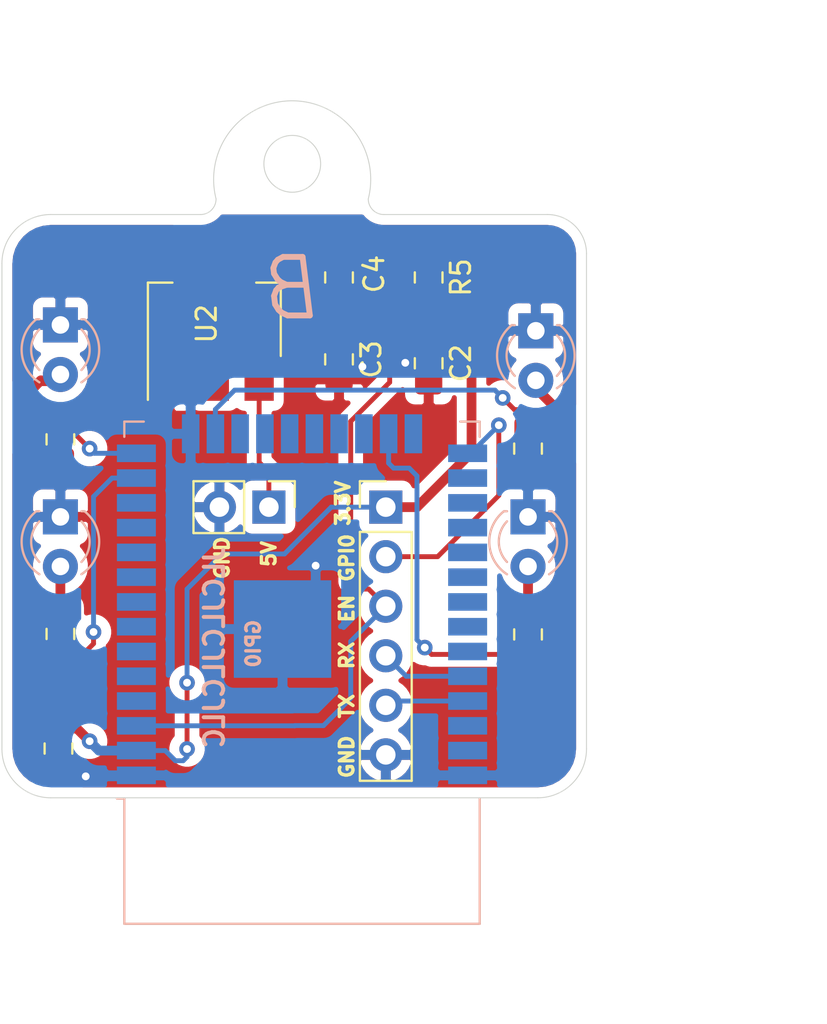
<source format=kicad_pcb>
(kicad_pcb (version 20171130) (host pcbnew "(5.1.6)-1")

  (general
    (thickness 1.6)
    (drawings 26)
    (tracks 119)
    (zones 0)
    (modules 17)
    (nets 16)
  )

  (page A4)
  (title_block
    (title "BLE Beacon mode node")
    (date 2020-10-27)
    (rev v0.1)
    (company "Rubén Arce")
  )

  (layers
    (0 F.Cu signal)
    (31 B.Cu signal)
    (32 B.Adhes user)
    (33 F.Adhes user)
    (34 B.Paste user)
    (35 F.Paste user)
    (36 B.SilkS user)
    (37 F.SilkS user)
    (38 B.Mask user)
    (39 F.Mask user)
    (40 Dwgs.User user)
    (41 Cmts.User user)
    (42 Eco1.User user)
    (43 Eco2.User user)
    (44 Edge.Cuts user)
    (45 Margin user)
    (46 B.CrtYd user)
    (47 F.CrtYd user)
    (48 B.Fab user)
    (49 F.Fab user hide)
  )

  (setup
    (last_trace_width 0.25)
    (user_trace_width 0.5)
    (trace_clearance 0.2)
    (zone_clearance 0.508)
    (zone_45_only no)
    (trace_min 0.2)
    (via_size 0.8)
    (via_drill 0.4)
    (via_min_size 0.4)
    (via_min_drill 0.3)
    (uvia_size 0.3)
    (uvia_drill 0.1)
    (uvias_allowed no)
    (uvia_min_size 0.2)
    (uvia_min_drill 0.1)
    (edge_width 0.05)
    (segment_width 0.2)
    (pcb_text_width 0.3)
    (pcb_text_size 1.5 1.5)
    (mod_edge_width 0.12)
    (mod_text_size 1 1)
    (mod_text_width 0.15)
    (pad_size 1.524 1.524)
    (pad_drill 0.762)
    (pad_to_mask_clearance 0.05)
    (aux_axis_origin 0 0)
    (visible_elements 7FFFFFFF)
    (pcbplotparams
      (layerselection 0x010fc_ffffffff)
      (usegerberextensions false)
      (usegerberattributes true)
      (usegerberadvancedattributes true)
      (creategerberjobfile true)
      (excludeedgelayer true)
      (linewidth 0.100000)
      (plotframeref false)
      (viasonmask false)
      (mode 1)
      (useauxorigin false)
      (hpglpennumber 1)
      (hpglpenspeed 20)
      (hpglpendiameter 15.000000)
      (psnegative false)
      (psa4output false)
      (plotreference true)
      (plotvalue true)
      (plotinvisibletext false)
      (padsonsilk false)
      (subtractmaskfromsilk false)
      (outputformat 1)
      (mirror false)
      (drillshape 0)
      (scaleselection 1)
      (outputdirectory "Nueva carpeta/"))
  )

  (net 0 "")
  (net 1 GND)
  (net 2 RX)
  (net 3 TX)
  (net 4 GPIO0)
  (net 5 "Net-(D1-Pad2)")
  (net 6 VCC)
  (net 7 LED)
  (net 8 EN)
  (net 9 "Net-(D2-Pad2)")
  (net 10 LED2)
  (net 11 "Net-(D3-Pad2)")
  (net 12 "Net-(D4-Pad2)")
  (net 13 LED3)
  (net 14 LED4)
  (net 15 "Net-(C3-Pad1)")

  (net_class Default "This is the default net class."
    (clearance 0.2)
    (trace_width 0.25)
    (via_dia 0.8)
    (via_drill 0.4)
    (uvia_dia 0.3)
    (uvia_drill 0.1)
    (add_net EN)
    (add_net GND)
    (add_net GPIO0)
    (add_net LED)
    (add_net LED2)
    (add_net LED3)
    (add_net LED4)
    (add_net "Net-(C3-Pad1)")
    (add_net "Net-(D1-Pad2)")
    (add_net "Net-(D2-Pad2)")
    (add_net "Net-(D3-Pad2)")
    (add_net "Net-(D4-Pad2)")
    (add_net RX)
    (add_net TX)
    (add_net VCC)
  )

  (module Connector_PinHeader_2.54mm:PinHeader_1x06_P2.54mm_Vertical (layer F.Cu) (tedit 59FED5CC) (tstamp 5F749A19)
    (at 149.7 96)
    (descr "Through hole straight pin header, 1x06, 2.54mm pitch, single row")
    (tags "Through hole pin header THT 1x06 2.54mm single row")
    (path /5F5FBCB8)
    (fp_text reference J1 (at 0 -2.33) (layer F.SilkS) hide
      (effects (font (size 1 1) (thickness 0.15)))
    )
    (fp_text value Conn_01x06_Female (at 0 15.03) (layer F.Fab)
      (effects (font (size 1 1) (thickness 0.15)))
    )
    (fp_line (start -0.635 -1.27) (end 1.27 -1.27) (layer F.Fab) (width 0.1))
    (fp_line (start 1.27 -1.27) (end 1.27 13.97) (layer F.Fab) (width 0.1))
    (fp_line (start 1.27 13.97) (end -1.27 13.97) (layer F.Fab) (width 0.1))
    (fp_line (start -1.27 13.97) (end -1.27 -0.635) (layer F.Fab) (width 0.1))
    (fp_line (start -1.27 -0.635) (end -0.635 -1.27) (layer F.Fab) (width 0.1))
    (fp_line (start -1.33 14.03) (end 1.33 14.03) (layer F.SilkS) (width 0.12))
    (fp_line (start -1.33 1.27) (end -1.33 14.03) (layer F.SilkS) (width 0.12))
    (fp_line (start 1.33 1.27) (end 1.33 14.03) (layer F.SilkS) (width 0.12))
    (fp_line (start -1.33 1.27) (end 1.33 1.27) (layer F.SilkS) (width 0.12))
    (fp_line (start -1.33 0) (end -1.33 -1.33) (layer F.SilkS) (width 0.12))
    (fp_line (start -1.33 -1.33) (end 0 -1.33) (layer F.SilkS) (width 0.12))
    (fp_line (start -1.8 -1.8) (end -1.8 14.5) (layer F.CrtYd) (width 0.05))
    (fp_line (start -1.8 14.5) (end 1.8 14.5) (layer F.CrtYd) (width 0.05))
    (fp_line (start 1.8 14.5) (end 1.8 -1.8) (layer F.CrtYd) (width 0.05))
    (fp_line (start 1.8 -1.8) (end -1.8 -1.8) (layer F.CrtYd) (width 0.05))
    (fp_text user %R (at 0 6.35 -270) (layer F.Fab)
      (effects (font (size 1 1) (thickness 0.15)))
    )
    (pad 6 thru_hole oval (at 0 12.7) (size 1.7 1.7) (drill 1) (layers *.Cu *.Mask)
      (net 1 GND))
    (pad 5 thru_hole oval (at 0 10.16) (size 1.7 1.7) (drill 1) (layers *.Cu *.Mask)
      (net 3 TX))
    (pad 4 thru_hole oval (at 0 7.62) (size 1.7 1.7) (drill 1) (layers *.Cu *.Mask)
      (net 2 RX))
    (pad 3 thru_hole oval (at 0 5.08) (size 1.7 1.7) (drill 1) (layers *.Cu *.Mask)
      (net 8 EN))
    (pad 2 thru_hole oval (at 0 2.54) (size 1.7 1.7) (drill 1) (layers *.Cu *.Mask)
      (net 4 GPIO0))
    (pad 1 thru_hole rect (at 0 0) (size 1.7 1.7) (drill 1) (layers *.Cu *.Mask)
      (net 6 VCC))
    (model ${KISYS3DMOD}/Connector_PinHeader_2.54mm.3dshapes/PinHeader_1x06_P2.54mm_Vertical.wrl
      (at (xyz 0 0 0))
      (scale (xyz 1 1 1))
      (rotate (xyz 0 0 0))
    )
  )

  (module Resistor_SMD:R_0805_2012Metric_Pad1.15x1.40mm_HandSolder (layer F.Cu) (tedit 5B36C52B) (tstamp 5F748DD2)
    (at 151.9 84.225 270)
    (descr "Resistor SMD 0805 (2012 Metric), square (rectangular) end terminal, IPC_7351 nominal with elongated pad for handsoldering. (Body size source: https://docs.google.com/spreadsheets/d/1BsfQQcO9C6DZCsRaXUlFlo91Tg2WpOkGARC1WS5S8t0/edit?usp=sharing), generated with kicad-footprint-generator")
    (tags "resistor handsolder")
    (path /5F74AAEC)
    (attr smd)
    (fp_text reference R5 (at 0 -1.65 90) (layer F.SilkS)
      (effects (font (size 1 1) (thickness 0.15)))
    )
    (fp_text value 10k (at 0 1.65 90) (layer F.Fab)
      (effects (font (size 1 1) (thickness 0.15)))
    )
    (fp_line (start 1.85 0.95) (end -1.85 0.95) (layer F.CrtYd) (width 0.05))
    (fp_line (start 1.85 -0.95) (end 1.85 0.95) (layer F.CrtYd) (width 0.05))
    (fp_line (start -1.85 -0.95) (end 1.85 -0.95) (layer F.CrtYd) (width 0.05))
    (fp_line (start -1.85 0.95) (end -1.85 -0.95) (layer F.CrtYd) (width 0.05))
    (fp_line (start -0.261252 0.71) (end 0.261252 0.71) (layer F.SilkS) (width 0.12))
    (fp_line (start -0.261252 -0.71) (end 0.261252 -0.71) (layer F.SilkS) (width 0.12))
    (fp_line (start 1 0.6) (end -1 0.6) (layer F.Fab) (width 0.1))
    (fp_line (start 1 -0.6) (end 1 0.6) (layer F.Fab) (width 0.1))
    (fp_line (start -1 -0.6) (end 1 -0.6) (layer F.Fab) (width 0.1))
    (fp_line (start -1 0.6) (end -1 -0.6) (layer F.Fab) (width 0.1))
    (fp_text user %R (at 0 0 90) (layer F.Fab)
      (effects (font (size 0.5 0.5) (thickness 0.08)))
    )
    (pad 2 smd roundrect (at 1.025 0 270) (size 1.15 1.4) (layers F.Cu F.Paste F.Mask) (roundrect_rratio 0.217391)
      (net 8 EN))
    (pad 1 smd roundrect (at -1.025 0 270) (size 1.15 1.4) (layers F.Cu F.Paste F.Mask) (roundrect_rratio 0.217391)
      (net 6 VCC))
    (model ${KISYS3DMOD}/Resistor_SMD.3dshapes/R_0805_2012Metric.wrl
      (at (xyz 0 0 0))
      (scale (xyz 1 1 1))
      (rotate (xyz 0 0 0))
    )
  )

  (module LED_THT:LED_D3.0mm_Clear (layer B.Cu) (tedit 5A6C9BC0) (tstamp 5F602AB8)
    (at 157 96.5 270)
    (descr "IR-LED, diameter 3.0mm, 2 pins, color: clear")
    (tags "IR infrared LED diameter 3.0mm 2 pins clear")
    (path /5F603230)
    (fp_text reference D4 (at 1.3 -2.9 270) (layer B.SilkS) hide
      (effects (font (size 1 1) (thickness 0.15)) (justify mirror))
    )
    (fp_text value LED (at 1.27 -2.96 270) (layer B.Fab)
      (effects (font (size 1 1) (thickness 0.15)) (justify mirror))
    )
    (fp_line (start -0.23 1.16619) (end -0.23 -1.16619) (layer B.Fab) (width 0.1))
    (fp_line (start -0.29 1.236) (end -0.29 1.08) (layer B.SilkS) (width 0.12))
    (fp_line (start -0.29 -1.08) (end -0.29 -1.236) (layer B.SilkS) (width 0.12))
    (fp_line (start -1.15 2.25) (end -1.15 -2.25) (layer B.CrtYd) (width 0.05))
    (fp_line (start -1.15 -2.25) (end 3.7 -2.25) (layer B.CrtYd) (width 0.05))
    (fp_line (start 3.7 -2.25) (end 3.7 2.25) (layer B.CrtYd) (width 0.05))
    (fp_line (start 3.7 2.25) (end -1.15 2.25) (layer B.CrtYd) (width 0.05))
    (fp_circle (center 1.27 0) (end 2.77 0) (layer B.Fab) (width 0.1))
    (fp_arc (start 1.27 0) (end 0.229039 -1.08) (angle 87.9) (layer B.SilkS) (width 0.12))
    (fp_arc (start 1.27 0) (end 0.229039 1.08) (angle -87.9) (layer B.SilkS) (width 0.12))
    (fp_arc (start 1.27 0) (end -0.29 -1.235516) (angle 108.8) (layer B.SilkS) (width 0.12))
    (fp_arc (start 1.27 0) (end -0.29 1.235516) (angle -108.8) (layer B.SilkS) (width 0.12))
    (fp_arc (start 1.27 0) (end -0.23 1.16619) (angle -284.3) (layer B.Fab) (width 0.1))
    (fp_text user %R (at 1.47 0 270) (layer B.Fab)
      (effects (font (size 0.8 0.8) (thickness 0.12)) (justify mirror))
    )
    (pad 2 thru_hole circle (at 2.54 0 270) (size 1.8 1.8) (drill 0.9) (layers *.Cu *.Mask)
      (net 12 "Net-(D4-Pad2)"))
    (pad 1 thru_hole rect (at 0 0 270) (size 1.8 1.8) (drill 0.9) (layers *.Cu *.Mask)
      (net 1 GND))
    (model ${KISYS3DMOD}/LED_THT.3dshapes/LED_D3.0mm_Clear.wrl
      (at (xyz 0 0 0))
      (scale (xyz 1 1 1))
      (rotate (xyz 0 0 0))
    )
  )

  (module Package_TO_SOT_SMD:SOT-223-3_TabPin2 (layer F.Cu) (tedit 5A02FF57) (tstamp 5F748EC4)
    (at 140.9 86.4 90)
    (descr "module CMS SOT223 4 pins")
    (tags "CMS SOT")
    (path /5F75372F)
    (attr smd)
    (fp_text reference U2 (at -0.2 -0.4 90) (layer F.SilkS)
      (effects (font (size 1 1) (thickness 0.15)))
    )
    (fp_text value AMS1117-3.3 (at 0 4.5 90) (layer F.Fab)
      (effects (font (size 1 1) (thickness 0.15)))
    )
    (fp_line (start 1.85 -3.35) (end 1.85 3.35) (layer F.Fab) (width 0.1))
    (fp_line (start -1.85 3.35) (end 1.85 3.35) (layer F.Fab) (width 0.1))
    (fp_line (start -4.1 -3.41) (end 1.91 -3.41) (layer F.SilkS) (width 0.12))
    (fp_line (start -0.85 -3.35) (end 1.85 -3.35) (layer F.Fab) (width 0.1))
    (fp_line (start -1.85 3.41) (end 1.91 3.41) (layer F.SilkS) (width 0.12))
    (fp_line (start -1.85 -2.35) (end -1.85 3.35) (layer F.Fab) (width 0.1))
    (fp_line (start -1.85 -2.35) (end -0.85 -3.35) (layer F.Fab) (width 0.1))
    (fp_line (start -4.4 -3.6) (end -4.4 3.6) (layer F.CrtYd) (width 0.05))
    (fp_line (start -4.4 3.6) (end 4.4 3.6) (layer F.CrtYd) (width 0.05))
    (fp_line (start 4.4 3.6) (end 4.4 -3.6) (layer F.CrtYd) (width 0.05))
    (fp_line (start 4.4 -3.6) (end -4.4 -3.6) (layer F.CrtYd) (width 0.05))
    (fp_line (start 1.91 -3.41) (end 1.91 -2.15) (layer F.SilkS) (width 0.12))
    (fp_line (start 1.91 3.41) (end 1.91 2.15) (layer F.SilkS) (width 0.12))
    (fp_text user %R (at 0 0) (layer F.Fab)
      (effects (font (size 0.8 0.8) (thickness 0.12)))
    )
    (pad 1 smd rect (at -3.15 -2.3 90) (size 2 1.5) (layers F.Cu F.Paste F.Mask)
      (net 1 GND))
    (pad 3 smd rect (at -3.15 2.3 90) (size 2 1.5) (layers F.Cu F.Paste F.Mask)
      (net 15 "Net-(C3-Pad1)"))
    (pad 2 smd rect (at -3.15 0 90) (size 2 1.5) (layers F.Cu F.Paste F.Mask)
      (net 6 VCC))
    (pad 2 smd rect (at 3.15 0 90) (size 2 3.8) (layers F.Cu F.Paste F.Mask)
      (net 6 VCC))
    (model ${KISYS3DMOD}/Package_TO_SOT_SMD.3dshapes/SOT-223.wrl
      (at (xyz 0 0 0))
      (scale (xyz 1 1 1))
      (rotate (xyz 0 0 0))
    )
  )

  (module Capacitor_SMD:C_0805_2012Metric_Pad1.15x1.40mm_HandSolder (layer F.Cu) (tedit 5B36C52B) (tstamp 5F748C4D)
    (at 147.3 84.225 270)
    (descr "Capacitor SMD 0805 (2012 Metric), square (rectangular) end terminal, IPC_7351 nominal with elongated pad for handsoldering. (Body size source: https://docs.google.com/spreadsheets/d/1BsfQQcO9C6DZCsRaXUlFlo91Tg2WpOkGARC1WS5S8t0/edit?usp=sharing), generated with kicad-footprint-generator")
    (tags "capacitor handsolder")
    (path /5F75D9FC)
    (attr smd)
    (fp_text reference C4 (at -0.175 -1.8 90) (layer F.SilkS)
      (effects (font (size 1 1) (thickness 0.15)))
    )
    (fp_text value 10u (at 0 1.65 90) (layer F.Fab)
      (effects (font (size 1 1) (thickness 0.15)))
    )
    (fp_line (start 1.85 0.95) (end -1.85 0.95) (layer F.CrtYd) (width 0.05))
    (fp_line (start 1.85 -0.95) (end 1.85 0.95) (layer F.CrtYd) (width 0.05))
    (fp_line (start -1.85 -0.95) (end 1.85 -0.95) (layer F.CrtYd) (width 0.05))
    (fp_line (start -1.85 0.95) (end -1.85 -0.95) (layer F.CrtYd) (width 0.05))
    (fp_line (start -0.261252 0.71) (end 0.261252 0.71) (layer F.SilkS) (width 0.12))
    (fp_line (start -0.261252 -0.71) (end 0.261252 -0.71) (layer F.SilkS) (width 0.12))
    (fp_line (start 1 0.6) (end -1 0.6) (layer F.Fab) (width 0.1))
    (fp_line (start 1 -0.6) (end 1 0.6) (layer F.Fab) (width 0.1))
    (fp_line (start -1 -0.6) (end 1 -0.6) (layer F.Fab) (width 0.1))
    (fp_line (start -1 0.6) (end -1 -0.6) (layer F.Fab) (width 0.1))
    (fp_text user %R (at 0 0 90) (layer F.Fab)
      (effects (font (size 0.5 0.5) (thickness 0.08)))
    )
    (pad 2 smd roundrect (at 1.025 0 270) (size 1.15 1.4) (layers F.Cu F.Paste F.Mask) (roundrect_rratio 0.217391)
      (net 1 GND))
    (pad 1 smd roundrect (at -1.025 0 270) (size 1.15 1.4) (layers F.Cu F.Paste F.Mask) (roundrect_rratio 0.217391)
      (net 6 VCC))
    (model ${KISYS3DMOD}/Capacitor_SMD.3dshapes/C_0805_2012Metric.wrl
      (at (xyz 0 0 0))
      (scale (xyz 1 1 1))
      (rotate (xyz 0 0 0))
    )
  )

  (module Capacitor_SMD:C_0805_2012Metric_Pad1.15x1.40mm_HandSolder (layer F.Cu) (tedit 5B36C52B) (tstamp 5F748C3C)
    (at 147.3 88.425 270)
    (descr "Capacitor SMD 0805 (2012 Metric), square (rectangular) end terminal, IPC_7351 nominal with elongated pad for handsoldering. (Body size source: https://docs.google.com/spreadsheets/d/1BsfQQcO9C6DZCsRaXUlFlo91Tg2WpOkGARC1WS5S8t0/edit?usp=sharing), generated with kicad-footprint-generator")
    (tags "capacitor handsolder")
    (path /5F75D1E1)
    (attr smd)
    (fp_text reference C3 (at 0 -1.65 90) (layer F.SilkS)
      (effects (font (size 1 1) (thickness 0.15)))
    )
    (fp_text value 10u (at 0 1.65 90) (layer F.Fab)
      (effects (font (size 1 1) (thickness 0.15)))
    )
    (fp_line (start 1.85 0.95) (end -1.85 0.95) (layer F.CrtYd) (width 0.05))
    (fp_line (start 1.85 -0.95) (end 1.85 0.95) (layer F.CrtYd) (width 0.05))
    (fp_line (start -1.85 -0.95) (end 1.85 -0.95) (layer F.CrtYd) (width 0.05))
    (fp_line (start -1.85 0.95) (end -1.85 -0.95) (layer F.CrtYd) (width 0.05))
    (fp_line (start -0.261252 0.71) (end 0.261252 0.71) (layer F.SilkS) (width 0.12))
    (fp_line (start -0.261252 -0.71) (end 0.261252 -0.71) (layer F.SilkS) (width 0.12))
    (fp_line (start 1 0.6) (end -1 0.6) (layer F.Fab) (width 0.1))
    (fp_line (start 1 -0.6) (end 1 0.6) (layer F.Fab) (width 0.1))
    (fp_line (start -1 -0.6) (end 1 -0.6) (layer F.Fab) (width 0.1))
    (fp_line (start -1 0.6) (end -1 -0.6) (layer F.Fab) (width 0.1))
    (fp_text user %R (at -0.025 0 90) (layer F.Fab)
      (effects (font (size 0.5 0.5) (thickness 0.08)))
    )
    (pad 2 smd roundrect (at 1.025 0 270) (size 1.15 1.4) (layers F.Cu F.Paste F.Mask) (roundrect_rratio 0.217391)
      (net 1 GND))
    (pad 1 smd roundrect (at -1.025 0 270) (size 1.15 1.4) (layers F.Cu F.Paste F.Mask) (roundrect_rratio 0.217391)
      (net 15 "Net-(C3-Pad1)"))
    (model ${KISYS3DMOD}/Capacitor_SMD.3dshapes/C_0805_2012Metric.wrl
      (at (xyz 0 0 0))
      (scale (xyz 1 1 1))
      (rotate (xyz 0 0 0))
    )
  )

  (module Capacitor_SMD:C_0805_2012Metric_Pad1.15x1.40mm_HandSolder (layer F.Cu) (tedit 5B36C52B) (tstamp 5F748C2B)
    (at 151.9 88.625 270)
    (descr "Capacitor SMD 0805 (2012 Metric), square (rectangular) end terminal, IPC_7351 nominal with elongated pad for handsoldering. (Body size source: https://docs.google.com/spreadsheets/d/1BsfQQcO9C6DZCsRaXUlFlo91Tg2WpOkGARC1WS5S8t0/edit?usp=sharing), generated with kicad-footprint-generator")
    (tags "capacitor handsolder")
    (path /5F749A11)
    (attr smd)
    (fp_text reference C2 (at 0 -1.65 90) (layer F.SilkS)
      (effects (font (size 1 1) (thickness 0.15)))
    )
    (fp_text value 0.1u (at 0 1.65 90) (layer F.Fab)
      (effects (font (size 1 1) (thickness 0.15)))
    )
    (fp_line (start 1.85 0.95) (end -1.85 0.95) (layer F.CrtYd) (width 0.05))
    (fp_line (start 1.85 -0.95) (end 1.85 0.95) (layer F.CrtYd) (width 0.05))
    (fp_line (start -1.85 -0.95) (end 1.85 -0.95) (layer F.CrtYd) (width 0.05))
    (fp_line (start -1.85 0.95) (end -1.85 -0.95) (layer F.CrtYd) (width 0.05))
    (fp_line (start -0.261252 0.71) (end 0.261252 0.71) (layer F.SilkS) (width 0.12))
    (fp_line (start -0.261252 -0.71) (end 0.261252 -0.71) (layer F.SilkS) (width 0.12))
    (fp_line (start 1 0.6) (end -1 0.6) (layer F.Fab) (width 0.1))
    (fp_line (start 1 -0.6) (end 1 0.6) (layer F.Fab) (width 0.1))
    (fp_line (start -1 -0.6) (end 1 -0.6) (layer F.Fab) (width 0.1))
    (fp_line (start -1 0.6) (end -1 -0.6) (layer F.Fab) (width 0.1))
    (fp_text user %R (at 0 0 90) (layer F.Fab)
      (effects (font (size 0.5 0.5) (thickness 0.08)))
    )
    (pad 2 smd roundrect (at 1.025 0 270) (size 1.15 1.4) (layers F.Cu F.Paste F.Mask) (roundrect_rratio 0.217391)
      (net 1 GND))
    (pad 1 smd roundrect (at -1.025 0 270) (size 1.15 1.4) (layers F.Cu F.Paste F.Mask) (roundrect_rratio 0.217391)
      (net 8 EN))
    (model ${KISYS3DMOD}/Capacitor_SMD.3dshapes/C_0805_2012Metric.wrl
      (at (xyz 0 0 0))
      (scale (xyz 1 1 1))
      (rotate (xyz 0 0 0))
    )
  )

  (module RF_Module:ESP32-WROOM-32 (layer B.Cu) (tedit 5B5B4654) (tstamp 5F5FD937)
    (at 145.4 101.495)
    (descr "Single 2.4 GHz Wi-Fi and Bluetooth combo chip https://www.espressif.com/sites/default/files/documentation/esp32-wroom-32_datasheet_en.pdf")
    (tags "Single 2.4 GHz Wi-Fi and Bluetooth combo  chip")
    (path /5F5F8D9C)
    (attr smd)
    (fp_text reference U1 (at -10.61 -8.43 270) (layer B.SilkS) hide
      (effects (font (size 1 1) (thickness 0.15)) (justify mirror))
    )
    (fp_text value ESP32-WROOM-32 (at 0 -11.5) (layer B.Fab)
      (effects (font (size 1 1) (thickness 0.15)) (justify mirror))
    )
    (fp_line (start -14 9.97) (end -14 20.75) (layer Dwgs.User) (width 0.1))
    (fp_line (start 9 -9.76) (end 9 15.745) (layer B.Fab) (width 0.1))
    (fp_line (start -9 -9.76) (end 9 -9.76) (layer B.Fab) (width 0.1))
    (fp_line (start -9 15.745) (end -9 10.02) (layer B.Fab) (width 0.1))
    (fp_line (start -9 15.745) (end 9 15.745) (layer B.Fab) (width 0.1))
    (fp_line (start -9.75 -10.5) (end -9.75 9.72) (layer B.CrtYd) (width 0.05))
    (fp_line (start -9.75 -10.5) (end 9.75 -10.5) (layer B.CrtYd) (width 0.05))
    (fp_line (start 9.75 9.72) (end 9.75 -10.5) (layer B.CrtYd) (width 0.05))
    (fp_line (start -14.25 21) (end 14.25 21) (layer B.CrtYd) (width 0.05))
    (fp_line (start -9 9.02) (end -9 -9.76) (layer B.Fab) (width 0.1))
    (fp_line (start -8.5 9.52) (end -9 10.02) (layer B.Fab) (width 0.1))
    (fp_line (start -9 9.02) (end -8.5 9.52) (layer B.Fab) (width 0.1))
    (fp_line (start 14 9.97) (end -14 9.97) (layer Dwgs.User) (width 0.1))
    (fp_line (start 14 9.97) (end 14 20.75) (layer Dwgs.User) (width 0.1))
    (fp_line (start 14 20.75) (end -14 20.75) (layer Dwgs.User) (width 0.1))
    (fp_line (start -14.25 21) (end -14.25 9.72) (layer B.CrtYd) (width 0.05))
    (fp_line (start 14.25 21) (end 14.25 9.72) (layer B.CrtYd) (width 0.05))
    (fp_line (start -14.25 9.72) (end -9.75 9.72) (layer B.CrtYd) (width 0.05))
    (fp_line (start 9.75 9.72) (end 14.25 9.72) (layer B.CrtYd) (width 0.05))
    (fp_line (start -12.525 20.75) (end -14 19.66) (layer Dwgs.User) (width 0.1))
    (fp_line (start -10.525 20.75) (end -14 18.045) (layer Dwgs.User) (width 0.1))
    (fp_line (start -8.525 20.75) (end -14 16.43) (layer Dwgs.User) (width 0.1))
    (fp_line (start -6.525 20.75) (end -14 14.815) (layer Dwgs.User) (width 0.1))
    (fp_line (start -4.525 20.75) (end -14 13.2) (layer Dwgs.User) (width 0.1))
    (fp_line (start -2.525 20.75) (end -14 11.585) (layer Dwgs.User) (width 0.1))
    (fp_line (start -0.525 20.75) (end -14 9.97) (layer Dwgs.User) (width 0.1))
    (fp_line (start 1.475 20.75) (end -12 9.97) (layer Dwgs.User) (width 0.1))
    (fp_line (start 3.475 20.75) (end -10 9.97) (layer Dwgs.User) (width 0.1))
    (fp_line (start -8 9.97) (end 5.475 20.75) (layer Dwgs.User) (width 0.1))
    (fp_line (start 7.475 20.75) (end -6 9.97) (layer Dwgs.User) (width 0.1))
    (fp_line (start 9.475 20.75) (end -4 9.97) (layer Dwgs.User) (width 0.1))
    (fp_line (start 11.475 20.75) (end -2 9.97) (layer Dwgs.User) (width 0.1))
    (fp_line (start 13.475 20.75) (end 0 9.97) (layer Dwgs.User) (width 0.1))
    (fp_line (start 14 19.66) (end 2 9.97) (layer Dwgs.User) (width 0.1))
    (fp_line (start 14 18.045) (end 4 9.97) (layer Dwgs.User) (width 0.1))
    (fp_line (start 14 16.43) (end 6 9.97) (layer Dwgs.User) (width 0.1))
    (fp_line (start 14 14.815) (end 8 9.97) (layer Dwgs.User) (width 0.1))
    (fp_line (start 14 13.2) (end 10 9.97) (layer Dwgs.User) (width 0.1))
    (fp_line (start 14 11.585) (end 12 9.97) (layer Dwgs.User) (width 0.1))
    (fp_line (start 9.2 13.875) (end 13.8 13.875) (layer Cmts.User) (width 0.1))
    (fp_line (start 13.8 13.875) (end 13.6 14.075) (layer Cmts.User) (width 0.1))
    (fp_line (start 13.8 13.875) (end 13.6 13.675) (layer Cmts.User) (width 0.1))
    (fp_line (start 9.2 13.875) (end 9.4 14.075) (layer Cmts.User) (width 0.1))
    (fp_line (start 9.2 13.875) (end 9.4 13.675) (layer Cmts.User) (width 0.1))
    (fp_line (start -13.8 13.875) (end -13.6 14.075) (layer Cmts.User) (width 0.1))
    (fp_line (start -13.8 13.875) (end -13.6 13.675) (layer Cmts.User) (width 0.1))
    (fp_line (start -9.2 13.875) (end -9.4 13.675) (layer Cmts.User) (width 0.1))
    (fp_line (start -13.8 13.875) (end -9.2 13.875) (layer Cmts.User) (width 0.1))
    (fp_line (start -9.2 13.875) (end -9.4 14.075) (layer Cmts.User) (width 0.1))
    (fp_line (start 8.4 16) (end 8.2 16.2) (layer Cmts.User) (width 0.1))
    (fp_line (start 8.4 16) (end 8.6 16.2) (layer Cmts.User) (width 0.1))
    (fp_line (start 8.4 20.6) (end 8.6 20.4) (layer Cmts.User) (width 0.1))
    (fp_line (start 8.4 16) (end 8.4 20.6) (layer Cmts.User) (width 0.1))
    (fp_line (start 8.4 20.6) (end 8.2 20.4) (layer Cmts.User) (width 0.1))
    (fp_line (start -9.12 -9.1) (end -9.12 -9.88) (layer B.SilkS) (width 0.12))
    (fp_line (start -9.12 -9.88) (end -8.12 -9.88) (layer B.SilkS) (width 0.12))
    (fp_line (start 9.12 -9.1) (end 9.12 -9.88) (layer B.SilkS) (width 0.12))
    (fp_line (start 9.12 -9.88) (end 8.12 -9.88) (layer B.SilkS) (width 0.12))
    (fp_line (start -9.12 15.865) (end 9.12 15.865) (layer B.SilkS) (width 0.12))
    (fp_line (start 9.12 15.865) (end 9.12 9.445) (layer B.SilkS) (width 0.12))
    (fp_line (start -9.12 15.865) (end -9.12 9.445) (layer B.SilkS) (width 0.12))
    (fp_line (start -9.12 9.445) (end -9.5 9.445) (layer B.SilkS) (width 0.12))
    (fp_text user "5 mm" (at 7.8 19.075 270) (layer Cmts.User)
      (effects (font (size 0.5 0.5) (thickness 0.1)))
    )
    (fp_text user "5 mm" (at -11.2 14.375) (layer Cmts.User)
      (effects (font (size 0.5 0.5) (thickness 0.1)))
    )
    (fp_text user "5 mm" (at 11.8 14.375) (layer Cmts.User)
      (effects (font (size 0.5 0.5) (thickness 0.1)))
    )
    (fp_text user Antenna (at 0 13) (layer Cmts.User)
      (effects (font (size 1 1) (thickness 0.15)))
    )
    (fp_text user "KEEP-OUT ZONE" (at 0 19) (layer Cmts.User)
      (effects (font (size 1 1) (thickness 0.15)))
    )
    (fp_text user %R (at 0 0) (layer B.Fab)
      (effects (font (size 1 1) (thickness 0.15)) (justify mirror))
    )
    (pad 38 smd rect (at 8.5 8.255) (size 2 0.9) (layers B.Cu B.Paste B.Mask)
      (net 1 GND))
    (pad 37 smd rect (at 8.5 6.985) (size 2 0.9) (layers B.Cu B.Paste B.Mask))
    (pad 36 smd rect (at 8.5 5.715) (size 2 0.9) (layers B.Cu B.Paste B.Mask))
    (pad 35 smd rect (at 8.5 4.445) (size 2 0.9) (layers B.Cu B.Paste B.Mask)
      (net 3 TX))
    (pad 34 smd rect (at 8.5 3.175) (size 2 0.9) (layers B.Cu B.Paste B.Mask)
      (net 2 RX))
    (pad 33 smd rect (at 8.5 1.905) (size 2 0.9) (layers B.Cu B.Paste B.Mask))
    (pad 32 smd rect (at 8.5 0.635) (size 2 0.9) (layers B.Cu B.Paste B.Mask))
    (pad 31 smd rect (at 8.5 -0.635) (size 2 0.9) (layers B.Cu B.Paste B.Mask))
    (pad 30 smd rect (at 8.5 -1.905) (size 2 0.9) (layers B.Cu B.Paste B.Mask))
    (pad 29 smd rect (at 8.5 -3.175) (size 2 0.9) (layers B.Cu B.Paste B.Mask))
    (pad 28 smd rect (at 8.5 -4.445) (size 2 0.9) (layers B.Cu B.Paste B.Mask))
    (pad 27 smd rect (at 8.5 -5.715) (size 2 0.9) (layers B.Cu B.Paste B.Mask))
    (pad 26 smd rect (at 8.5 -6.985) (size 2 0.9) (layers B.Cu B.Paste B.Mask))
    (pad 25 smd rect (at 8.5 -8.255) (size 2 0.9) (layers B.Cu B.Paste B.Mask)
      (net 4 GPIO0))
    (pad 24 smd rect (at 5.715 -9.255 270) (size 2 0.9) (layers B.Cu B.Paste B.Mask))
    (pad 23 smd rect (at 4.445 -9.255 270) (size 2 0.9) (layers B.Cu B.Paste B.Mask)
      (net 14 LED4))
    (pad 22 smd rect (at 3.175 -9.255 270) (size 2 0.9) (layers B.Cu B.Paste B.Mask))
    (pad 21 smd rect (at 1.905 -9.255 270) (size 2 0.9) (layers B.Cu B.Paste B.Mask))
    (pad 20 smd rect (at 0.635 -9.255 270) (size 2 0.9) (layers B.Cu B.Paste B.Mask))
    (pad 19 smd rect (at -0.635 -9.255 270) (size 2 0.9) (layers B.Cu B.Paste B.Mask))
    (pad 18 smd rect (at -1.905 -9.255 270) (size 2 0.9) (layers B.Cu B.Paste B.Mask))
    (pad 17 smd rect (at -3.175 -9.255 270) (size 2 0.9) (layers B.Cu B.Paste B.Mask))
    (pad 16 smd rect (at -4.445 -9.255 270) (size 2 0.9) (layers B.Cu B.Paste B.Mask)
      (net 10 LED2))
    (pad 15 smd rect (at -5.715 -9.255 270) (size 2 0.9) (layers B.Cu B.Paste B.Mask)
      (net 1 GND))
    (pad 14 smd rect (at -8.5 -8.255) (size 2 0.9) (layers B.Cu B.Paste B.Mask)
      (net 7 LED))
    (pad 13 smd rect (at -8.5 -6.985) (size 2 0.9) (layers B.Cu B.Paste B.Mask)
      (net 13 LED3))
    (pad 12 smd rect (at -8.5 -5.715) (size 2 0.9) (layers B.Cu B.Paste B.Mask))
    (pad 11 smd rect (at -8.5 -4.445) (size 2 0.9) (layers B.Cu B.Paste B.Mask))
    (pad 10 smd rect (at -8.5 -3.175) (size 2 0.9) (layers B.Cu B.Paste B.Mask))
    (pad 9 smd rect (at -8.5 -1.905) (size 2 0.9) (layers B.Cu B.Paste B.Mask))
    (pad 8 smd rect (at -8.5 -0.635) (size 2 0.9) (layers B.Cu B.Paste B.Mask))
    (pad 7 smd rect (at -8.5 0.635) (size 2 0.9) (layers B.Cu B.Paste B.Mask))
    (pad 6 smd rect (at -8.5 1.905) (size 2 0.9) (layers B.Cu B.Paste B.Mask))
    (pad 5 smd rect (at -8.5 3.175) (size 2 0.9) (layers B.Cu B.Paste B.Mask))
    (pad 4 smd rect (at -8.5 4.445) (size 2 0.9) (layers B.Cu B.Paste B.Mask))
    (pad 3 smd rect (at -8.5 5.715) (size 2 0.9) (layers B.Cu B.Paste B.Mask)
      (net 8 EN))
    (pad 2 smd rect (at -8.5 6.985) (size 2 0.9) (layers B.Cu B.Paste B.Mask)
      (net 6 VCC))
    (pad 1 smd rect (at -8.5 8.255) (size 2 0.9) (layers B.Cu B.Paste B.Mask)
      (net 1 GND))
    (pad 39 smd rect (at -1 0.755) (size 5 5) (layers B.Cu B.Paste B.Mask)
      (net 1 GND))
    (model ${KISYS3DMOD}/RF_Module.3dshapes/ESP32-WROOM-32.wrl
      (at (xyz 0 0 0))
      (scale (xyz 1 1 1))
      (rotate (xyz 0 0 0))
    )
  )

  (module LED_THT:LED_D3.0mm_Clear (layer B.Cu) (tedit 5A6C9BC0) (tstamp 5F602A8E)
    (at 133 96.5 270)
    (descr "IR-LED, diameter 3.0mm, 2 pins, color: clear")
    (tags "IR infrared LED diameter 3.0mm 2 pins clear")
    (path /5F603219)
    (fp_text reference D3 (at 1.27 2.96 270) (layer B.SilkS) hide
      (effects (font (size 1 1) (thickness 0.15)) (justify mirror))
    )
    (fp_text value LED (at 1.27 -2.96 270) (layer B.Fab)
      (effects (font (size 1 1) (thickness 0.15)) (justify mirror))
    )
    (fp_line (start -0.23 1.16619) (end -0.23 -1.16619) (layer B.Fab) (width 0.1))
    (fp_line (start -0.29 1.236) (end -0.29 1.08) (layer B.SilkS) (width 0.12))
    (fp_line (start -0.29 -1.08) (end -0.29 -1.236) (layer B.SilkS) (width 0.12))
    (fp_line (start -1.15 2.25) (end -1.15 -2.25) (layer B.CrtYd) (width 0.05))
    (fp_line (start -1.15 -2.25) (end 3.7 -2.25) (layer B.CrtYd) (width 0.05))
    (fp_line (start 3.7 -2.25) (end 3.7 2.25) (layer B.CrtYd) (width 0.05))
    (fp_line (start 3.7 2.25) (end -1.15 2.25) (layer B.CrtYd) (width 0.05))
    (fp_circle (center 1.27 0) (end 2.77 0) (layer B.Fab) (width 0.1))
    (fp_arc (start 1.27 0) (end 0.229039 -1.08) (angle 87.9) (layer B.SilkS) (width 0.12))
    (fp_arc (start 1.27 0) (end 0.229039 1.08) (angle -87.9) (layer B.SilkS) (width 0.12))
    (fp_arc (start 1.27 0) (end -0.29 -1.235516) (angle 108.8) (layer B.SilkS) (width 0.12))
    (fp_arc (start 1.27 0) (end -0.29 1.235516) (angle -108.8) (layer B.SilkS) (width 0.12))
    (fp_arc (start 1.27 0) (end -0.23 1.16619) (angle -284.3) (layer B.Fab) (width 0.1))
    (fp_text user %R (at 1.47 0 270) (layer B.Fab)
      (effects (font (size 0.8 0.8) (thickness 0.12)) (justify mirror))
    )
    (pad 2 thru_hole circle (at 2.54 0 270) (size 1.8 1.8) (drill 0.9) (layers *.Cu *.Mask)
      (net 11 "Net-(D3-Pad2)"))
    (pad 1 thru_hole rect (at 0 0 270) (size 1.8 1.8) (drill 0.9) (layers *.Cu *.Mask)
      (net 1 GND))
    (model ${KISYS3DMOD}/LED_THT.3dshapes/LED_D3.0mm_Clear.wrl
      (at (xyz 0 0 0))
      (scale (xyz 1 1 1))
      (rotate (xyz 0 0 0))
    )
  )

  (module LED_THT:LED_D3.0mm_Clear (layer B.Cu) (tedit 5A6C9BC0) (tstamp 5F5FC706)
    (at 157.4 86.96 270)
    (descr "IR-LED, diameter 3.0mm, 2 pins, color: clear")
    (tags "IR infrared LED diameter 3.0mm 2 pins clear")
    (path /5F5FCE71)
    (fp_text reference D2 (at 1.04 -2.9 270) (layer B.SilkS) hide
      (effects (font (size 1 1) (thickness 0.15)) (justify mirror))
    )
    (fp_text value LED (at 1.27 -2.96 270) (layer B.Fab)
      (effects (font (size 1 1) (thickness 0.15)) (justify mirror))
    )
    (fp_line (start -0.23 1.16619) (end -0.23 -1.16619) (layer B.Fab) (width 0.1))
    (fp_line (start -0.29 1.236) (end -0.29 1.08) (layer B.SilkS) (width 0.12))
    (fp_line (start -0.29 -1.08) (end -0.29 -1.236) (layer B.SilkS) (width 0.12))
    (fp_line (start -1.15 2.25) (end -1.15 -2.25) (layer B.CrtYd) (width 0.05))
    (fp_line (start -1.15 -2.25) (end 3.7 -2.25) (layer B.CrtYd) (width 0.05))
    (fp_line (start 3.7 -2.25) (end 3.7 2.25) (layer B.CrtYd) (width 0.05))
    (fp_line (start 3.7 2.25) (end -1.15 2.25) (layer B.CrtYd) (width 0.05))
    (fp_circle (center 1.27 0) (end 2.77 0) (layer B.Fab) (width 0.1))
    (fp_arc (start 1.27 0) (end 0.229039 -1.08) (angle 87.9) (layer B.SilkS) (width 0.12))
    (fp_arc (start 1.27 0) (end 0.229039 1.08) (angle -87.9) (layer B.SilkS) (width 0.12))
    (fp_arc (start 1.27 0) (end -0.29 -1.235516) (angle 108.8) (layer B.SilkS) (width 0.12))
    (fp_arc (start 1.27 0) (end -0.29 1.235516) (angle -108.8) (layer B.SilkS) (width 0.12))
    (fp_arc (start 1.27 0) (end -0.23 1.16619) (angle -284.3) (layer B.Fab) (width 0.1))
    (fp_text user %R (at 1.47 0 270) (layer B.Fab)
      (effects (font (size 0.8 0.8) (thickness 0.12)) (justify mirror))
    )
    (pad 2 thru_hole circle (at 2.54 0 270) (size 1.8 1.8) (drill 0.9) (layers *.Cu *.Mask)
      (net 9 "Net-(D2-Pad2)"))
    (pad 1 thru_hole rect (at 0 0 270) (size 1.8 1.8) (drill 0.9) (layers *.Cu *.Mask)
      (net 1 GND))
    (model ${KISYS3DMOD}/LED_THT.3dshapes/LED_D3.0mm_Clear.wrl
      (at (xyz 0 0 0))
      (scale (xyz 1 1 1))
      (rotate (xyz 0 0 0))
    )
  )

  (module LED_THT:LED_D3.0mm_Clear (layer B.Cu) (tedit 5A6C9BC0) (tstamp 5F5FDD99)
    (at 133 86.66 270)
    (descr "IR-LED, diameter 3.0mm, 2 pins, color: clear")
    (tags "IR infrared LED diameter 3.0mm 2 pins clear")
    (path /5F6071D9)
    (fp_text reference D1 (at 1.27 2.96 270) (layer B.SilkS) hide
      (effects (font (size 1 1) (thickness 0.15)) (justify mirror))
    )
    (fp_text value LED (at 1.27 -2.96 270) (layer B.Fab)
      (effects (font (size 1 1) (thickness 0.15)) (justify mirror))
    )
    (fp_line (start -0.23 1.16619) (end -0.23 -1.16619) (layer B.Fab) (width 0.1))
    (fp_line (start -0.29 1.236) (end -0.29 1.08) (layer B.SilkS) (width 0.12))
    (fp_line (start -0.29 -1.08) (end -0.29 -1.236) (layer B.SilkS) (width 0.12))
    (fp_line (start -1.15 2.25) (end -1.15 -2.25) (layer B.CrtYd) (width 0.05))
    (fp_line (start -1.15 -2.25) (end 3.7 -2.25) (layer B.CrtYd) (width 0.05))
    (fp_line (start 3.7 -2.25) (end 3.7 2.25) (layer B.CrtYd) (width 0.05))
    (fp_line (start 3.7 2.25) (end -1.15 2.25) (layer B.CrtYd) (width 0.05))
    (fp_circle (center 1.27 0) (end 2.77 0) (layer B.Fab) (width 0.1))
    (fp_arc (start 1.27 0) (end 0.229039 -1.08) (angle 87.9) (layer B.SilkS) (width 0.12))
    (fp_arc (start 1.27 0) (end 0.229039 1.08) (angle -87.9) (layer B.SilkS) (width 0.12))
    (fp_arc (start 1.27 0) (end -0.29 -1.235516) (angle 108.8) (layer B.SilkS) (width 0.12))
    (fp_arc (start 1.27 0) (end -0.29 1.235516) (angle -108.8) (layer B.SilkS) (width 0.12))
    (fp_arc (start 1.27 0) (end -0.23 1.16619) (angle -284.3) (layer B.Fab) (width 0.1))
    (fp_text user %R (at 1.47 0) (layer B.Fab)
      (effects (font (size 0.8 0.8) (thickness 0.12)) (justify mirror))
    )
    (pad 2 thru_hole circle (at 2.54 0 270) (size 1.8 1.8) (drill 0.9) (layers *.Cu *.Mask)
      (net 5 "Net-(D1-Pad2)"))
    (pad 1 thru_hole rect (at 0 0 270) (size 1.8 1.8) (drill 0.9) (layers *.Cu *.Mask)
      (net 1 GND))
    (model ${KISYS3DMOD}/LED_THT.3dshapes/LED_D3.0mm_Clear.wrl
      (at (xyz 0 0 0))
      (scale (xyz 1 1 1))
      (rotate (xyz 0 0 0))
    )
  )

  (module Connector_PinHeader_2.54mm:PinHeader_1x02_P2.54mm_Vertical (layer F.Cu) (tedit 59FED5CC) (tstamp 5F603643)
    (at 143.7 96 270)
    (descr "Through hole straight pin header, 1x02, 2.54mm pitch, single row")
    (tags "Through hole pin header THT 1x02 2.54mm single row")
    (path /5F609074)
    (fp_text reference J2 (at 0 -2.33 90) (layer F.SilkS) hide
      (effects (font (size 1 1) (thickness 0.15)))
    )
    (fp_text value Conn_01x02_Female (at 0 4.87 90) (layer F.Fab)
      (effects (font (size 1 1) (thickness 0.15)))
    )
    (fp_line (start 1.8 -1.8) (end -1.8 -1.8) (layer F.CrtYd) (width 0.05))
    (fp_line (start 1.8 4.35) (end 1.8 -1.8) (layer F.CrtYd) (width 0.05))
    (fp_line (start -1.8 4.35) (end 1.8 4.35) (layer F.CrtYd) (width 0.05))
    (fp_line (start -1.8 -1.8) (end -1.8 4.35) (layer F.CrtYd) (width 0.05))
    (fp_line (start -1.33 -1.33) (end 0 -1.33) (layer F.SilkS) (width 0.12))
    (fp_line (start -1.33 0) (end -1.33 -1.33) (layer F.SilkS) (width 0.12))
    (fp_line (start -1.33 1.27) (end 1.33 1.27) (layer F.SilkS) (width 0.12))
    (fp_line (start 1.33 1.27) (end 1.33 3.87) (layer F.SilkS) (width 0.12))
    (fp_line (start -1.33 1.27) (end -1.33 3.87) (layer F.SilkS) (width 0.12))
    (fp_line (start -1.33 3.87) (end 1.33 3.87) (layer F.SilkS) (width 0.12))
    (fp_line (start -1.27 -0.635) (end -0.635 -1.27) (layer F.Fab) (width 0.1))
    (fp_line (start -1.27 3.81) (end -1.27 -0.635) (layer F.Fab) (width 0.1))
    (fp_line (start 1.27 3.81) (end -1.27 3.81) (layer F.Fab) (width 0.1))
    (fp_line (start 1.27 -1.27) (end 1.27 3.81) (layer F.Fab) (width 0.1))
    (fp_line (start -0.635 -1.27) (end 1.27 -1.27) (layer F.Fab) (width 0.1))
    (fp_text user %R (at 0 1.27) (layer F.Fab)
      (effects (font (size 1 1) (thickness 0.15)))
    )
    (pad 2 thru_hole oval (at 0 2.54 270) (size 1.7 1.7) (drill 1) (layers *.Cu *.Mask)
      (net 1 GND))
    (pad 1 thru_hole rect (at 0 0 270) (size 1.7 1.7) (drill 1) (layers *.Cu *.Mask)
      (net 15 "Net-(C3-Pad1)"))
    (model ${KISYS3DMOD}/Connector_PinHeader_2.54mm.3dshapes/PinHeader_1x02_P2.54mm_Vertical.wrl
      (at (xyz 0 0 0))
      (scale (xyz 1 1 1))
      (rotate (xyz 0 0 0))
    )
  )

  (module Resistor_SMD:R_0805_2012Metric_Pad1.15x1.40mm_HandSolder (layer F.Cu) (tedit 5B36C52B) (tstamp 5F602B4C)
    (at 157 102.525 90)
    (descr "Resistor SMD 0805 (2012 Metric), square (rectangular) end terminal, IPC_7351 nominal with elongated pad for handsoldering. (Body size source: https://docs.google.com/spreadsheets/d/1BsfQQcO9C6DZCsRaXUlFlo91Tg2WpOkGARC1WS5S8t0/edit?usp=sharing), generated with kicad-footprint-generator")
    (tags "resistor handsolder")
    (path /5F603224)
    (attr smd)
    (fp_text reference R4 (at 0 -1.65 90) (layer F.SilkS) hide
      (effects (font (size 1 1) (thickness 0.15)))
    )
    (fp_text value R (at 0 1.65 90) (layer F.Fab)
      (effects (font (size 1 1) (thickness 0.15)))
    )
    (fp_line (start 1.85 0.95) (end -1.85 0.95) (layer F.CrtYd) (width 0.05))
    (fp_line (start 1.85 -0.95) (end 1.85 0.95) (layer F.CrtYd) (width 0.05))
    (fp_line (start -1.85 -0.95) (end 1.85 -0.95) (layer F.CrtYd) (width 0.05))
    (fp_line (start -1.85 0.95) (end -1.85 -0.95) (layer F.CrtYd) (width 0.05))
    (fp_line (start -0.261252 0.71) (end 0.261252 0.71) (layer F.SilkS) (width 0.12))
    (fp_line (start -0.261252 -0.71) (end 0.261252 -0.71) (layer F.SilkS) (width 0.12))
    (fp_line (start 1 0.6) (end -1 0.6) (layer F.Fab) (width 0.1))
    (fp_line (start 1 -0.6) (end 1 0.6) (layer F.Fab) (width 0.1))
    (fp_line (start -1 -0.6) (end 1 -0.6) (layer F.Fab) (width 0.1))
    (fp_line (start -1 0.6) (end -1 -0.6) (layer F.Fab) (width 0.1))
    (fp_text user %R (at 0 0 90) (layer F.Fab)
      (effects (font (size 0.5 0.5) (thickness 0.08)))
    )
    (pad 2 smd roundrect (at 1.025 0 90) (size 1.15 1.4) (layers F.Cu F.Paste F.Mask) (roundrect_rratio 0.217391)
      (net 12 "Net-(D4-Pad2)"))
    (pad 1 smd roundrect (at -1.025 0 90) (size 1.15 1.4) (layers F.Cu F.Paste F.Mask) (roundrect_rratio 0.217391)
      (net 14 LED4))
    (model ${KISYS3DMOD}/Resistor_SMD.3dshapes/R_0805_2012Metric.wrl
      (at (xyz 0 0 0))
      (scale (xyz 1 1 1))
      (rotate (xyz 0 0 0))
    )
  )

  (module Resistor_SMD:R_0805_2012Metric_Pad1.15x1.40mm_HandSolder (layer F.Cu) (tedit 5B36C52B) (tstamp 5F602B3B)
    (at 133 102.5 90)
    (descr "Resistor SMD 0805 (2012 Metric), square (rectangular) end terminal, IPC_7351 nominal with elongated pad for handsoldering. (Body size source: https://docs.google.com/spreadsheets/d/1BsfQQcO9C6DZCsRaXUlFlo91Tg2WpOkGARC1WS5S8t0/edit?usp=sharing), generated with kicad-footprint-generator")
    (tags "resistor handsolder")
    (path /5F60320D)
    (attr smd)
    (fp_text reference R3 (at 0 -1.65 90) (layer F.SilkS) hide
      (effects (font (size 1 1) (thickness 0.15)))
    )
    (fp_text value R (at 0 1.65 90) (layer F.Fab)
      (effects (font (size 1 1) (thickness 0.15)))
    )
    (fp_line (start 1.85 0.95) (end -1.85 0.95) (layer F.CrtYd) (width 0.05))
    (fp_line (start 1.85 -0.95) (end 1.85 0.95) (layer F.CrtYd) (width 0.05))
    (fp_line (start -1.85 -0.95) (end 1.85 -0.95) (layer F.CrtYd) (width 0.05))
    (fp_line (start -1.85 0.95) (end -1.85 -0.95) (layer F.CrtYd) (width 0.05))
    (fp_line (start -0.261252 0.71) (end 0.261252 0.71) (layer F.SilkS) (width 0.12))
    (fp_line (start -0.261252 -0.71) (end 0.261252 -0.71) (layer F.SilkS) (width 0.12))
    (fp_line (start 1 0.6) (end -1 0.6) (layer F.Fab) (width 0.1))
    (fp_line (start 1 -0.6) (end 1 0.6) (layer F.Fab) (width 0.1))
    (fp_line (start -1 -0.6) (end 1 -0.6) (layer F.Fab) (width 0.1))
    (fp_line (start -1 0.6) (end -1 -0.6) (layer F.Fab) (width 0.1))
    (fp_text user %R (at 0 0 90) (layer F.Fab)
      (effects (font (size 0.5 0.5) (thickness 0.08)))
    )
    (pad 2 smd roundrect (at 1.025 0 90) (size 1.15 1.4) (layers F.Cu F.Paste F.Mask) (roundrect_rratio 0.217391)
      (net 11 "Net-(D3-Pad2)"))
    (pad 1 smd roundrect (at -1.025 0 90) (size 1.15 1.4) (layers F.Cu F.Paste F.Mask) (roundrect_rratio 0.217391)
      (net 13 LED3))
    (model ${KISYS3DMOD}/Resistor_SMD.3dshapes/R_0805_2012Metric.wrl
      (at (xyz 0 0 0))
      (scale (xyz 1 1 1))
      (rotate (xyz 0 0 0))
    )
  )

  (module Resistor_SMD:R_0805_2012Metric_Pad1.15x1.40mm_HandSolder (layer F.Cu) (tedit 5B36C52B) (tstamp 5F5FC769)
    (at 157 93 270)
    (descr "Resistor SMD 0805 (2012 Metric), square (rectangular) end terminal, IPC_7351 nominal with elongated pad for handsoldering. (Body size source: https://docs.google.com/spreadsheets/d/1BsfQQcO9C6DZCsRaXUlFlo91Tg2WpOkGARC1WS5S8t0/edit?usp=sharing), generated with kicad-footprint-generator")
    (tags "resistor handsolder")
    (path /5F5FCE65)
    (attr smd)
    (fp_text reference R2 (at 0 -1.65 90) (layer F.SilkS) hide
      (effects (font (size 1 1) (thickness 0.15)))
    )
    (fp_text value R (at 0 1.65 90) (layer F.Fab)
      (effects (font (size 1 1) (thickness 0.15)))
    )
    (fp_line (start 1.85 0.95) (end -1.85 0.95) (layer F.CrtYd) (width 0.05))
    (fp_line (start 1.85 -0.95) (end 1.85 0.95) (layer F.CrtYd) (width 0.05))
    (fp_line (start -1.85 -0.95) (end 1.85 -0.95) (layer F.CrtYd) (width 0.05))
    (fp_line (start -1.85 0.95) (end -1.85 -0.95) (layer F.CrtYd) (width 0.05))
    (fp_line (start -0.261252 0.71) (end 0.261252 0.71) (layer F.SilkS) (width 0.12))
    (fp_line (start -0.261252 -0.71) (end 0.261252 -0.71) (layer F.SilkS) (width 0.12))
    (fp_line (start 1 0.6) (end -1 0.6) (layer F.Fab) (width 0.1))
    (fp_line (start 1 -0.6) (end 1 0.6) (layer F.Fab) (width 0.1))
    (fp_line (start -1 -0.6) (end 1 -0.6) (layer F.Fab) (width 0.1))
    (fp_line (start -1 0.6) (end -1 -0.6) (layer F.Fab) (width 0.1))
    (fp_text user %R (at 0 0 90) (layer F.Fab)
      (effects (font (size 0.5 0.5) (thickness 0.08)))
    )
    (pad 2 smd roundrect (at 1.025 0 270) (size 1.15 1.4) (layers F.Cu F.Paste F.Mask) (roundrect_rratio 0.217391)
      (net 9 "Net-(D2-Pad2)"))
    (pad 1 smd roundrect (at -1.025 0 270) (size 1.15 1.4) (layers F.Cu F.Paste F.Mask) (roundrect_rratio 0.217391)
      (net 10 LED2))
    (model ${KISYS3DMOD}/Resistor_SMD.3dshapes/R_0805_2012Metric.wrl
      (at (xyz 0 0 0))
      (scale (xyz 1 1 1))
      (rotate (xyz 0 0 0))
    )
  )

  (module Capacitor_SMD:C_0805_2012Metric_Pad1.15x1.40mm_HandSolder (layer F.Cu) (tedit 5B36C52B) (tstamp 5F5FBECA)
    (at 132.9 108.375 270)
    (descr "Capacitor SMD 0805 (2012 Metric), square (rectangular) end terminal, IPC_7351 nominal with elongated pad for handsoldering. (Body size source: https://docs.google.com/spreadsheets/d/1BsfQQcO9C6DZCsRaXUlFlo91Tg2WpOkGARC1WS5S8t0/edit?usp=sharing), generated with kicad-footprint-generator")
    (tags "capacitor handsolder")
    (path /5F5FC412)
    (attr smd)
    (fp_text reference C1 (at -0.175 1.4 90) (layer F.SilkS) hide
      (effects (font (size 1 1) (thickness 0.15)))
    )
    (fp_text value C (at 0 1.65 90) (layer F.Fab)
      (effects (font (size 1 1) (thickness 0.15)))
    )
    (fp_line (start 1.85 0.95) (end -1.85 0.95) (layer F.CrtYd) (width 0.05))
    (fp_line (start 1.85 -0.95) (end 1.85 0.95) (layer F.CrtYd) (width 0.05))
    (fp_line (start -1.85 -0.95) (end 1.85 -0.95) (layer F.CrtYd) (width 0.05))
    (fp_line (start -1.85 0.95) (end -1.85 -0.95) (layer F.CrtYd) (width 0.05))
    (fp_line (start -0.261252 0.71) (end 0.261252 0.71) (layer F.SilkS) (width 0.12))
    (fp_line (start -0.261252 -0.71) (end 0.261252 -0.71) (layer F.SilkS) (width 0.12))
    (fp_line (start 1 0.6) (end -1 0.6) (layer F.Fab) (width 0.1))
    (fp_line (start 1 -0.6) (end 1 0.6) (layer F.Fab) (width 0.1))
    (fp_line (start -1 -0.6) (end 1 -0.6) (layer F.Fab) (width 0.1))
    (fp_line (start -1 0.6) (end -1 -0.6) (layer F.Fab) (width 0.1))
    (fp_text user %R (at 0 0 90) (layer F.Fab)
      (effects (font (size 0.5 0.5) (thickness 0.08)))
    )
    (pad 2 smd roundrect (at 1.025 0 270) (size 1.15 1.4) (layers F.Cu F.Paste F.Mask) (roundrect_rratio 0.217391)
      (net 1 GND))
    (pad 1 smd roundrect (at -1.025 0 270) (size 1.15 1.4) (layers F.Cu F.Paste F.Mask) (roundrect_rratio 0.217391)
      (net 6 VCC))
    (model ${KISYS3DMOD}/Capacitor_SMD.3dshapes/C_0805_2012Metric.wrl
      (at (xyz 0 0 0))
      (scale (xyz 1 1 1))
      (rotate (xyz 0 0 0))
    )
  )

  (module Resistor_SMD:R_0805_2012Metric_Pad1.15x1.40mm_HandSolder (layer F.Cu) (tedit 5B36C52B) (tstamp 5F5FDDDC)
    (at 133 92.525 270)
    (descr "Resistor SMD 0805 (2012 Metric), square (rectangular) end terminal, IPC_7351 nominal with elongated pad for handsoldering. (Body size source: https://docs.google.com/spreadsheets/d/1BsfQQcO9C6DZCsRaXUlFlo91Tg2WpOkGARC1WS5S8t0/edit?usp=sharing), generated with kicad-footprint-generator")
    (tags "resistor handsolder")
    (path /5F606720)
    (attr smd)
    (fp_text reference R1 (at 0 -1.65 90) (layer F.SilkS) hide
      (effects (font (size 1 1) (thickness 0.15)))
    )
    (fp_text value R (at 0 1.65 90) (layer F.Fab)
      (effects (font (size 1 1) (thickness 0.15)))
    )
    (fp_line (start 1.85 0.95) (end -1.85 0.95) (layer F.CrtYd) (width 0.05))
    (fp_line (start 1.85 -0.95) (end 1.85 0.95) (layer F.CrtYd) (width 0.05))
    (fp_line (start -1.85 -0.95) (end 1.85 -0.95) (layer F.CrtYd) (width 0.05))
    (fp_line (start -1.85 0.95) (end -1.85 -0.95) (layer F.CrtYd) (width 0.05))
    (fp_line (start -0.261252 0.71) (end 0.261252 0.71) (layer F.SilkS) (width 0.12))
    (fp_line (start -0.261252 -0.71) (end 0.261252 -0.71) (layer F.SilkS) (width 0.12))
    (fp_line (start 1 0.6) (end -1 0.6) (layer F.Fab) (width 0.1))
    (fp_line (start 1 -0.6) (end 1 0.6) (layer F.Fab) (width 0.1))
    (fp_line (start -1 -0.6) (end 1 -0.6) (layer F.Fab) (width 0.1))
    (fp_line (start -1 0.6) (end -1 -0.6) (layer F.Fab) (width 0.1))
    (fp_text user %R (at 0 -1.975001 90) (layer F.Fab)
      (effects (font (size 0.5 0.5) (thickness 0.08)))
    )
    (pad 2 smd roundrect (at 1.025 0 270) (size 1.15 1.4) (layers F.Cu F.Paste F.Mask) (roundrect_rratio 0.217391)
      (net 5 "Net-(D1-Pad2)"))
    (pad 1 smd roundrect (at -1.025 0 270) (size 1.15 1.4) (layers F.Cu F.Paste F.Mask) (roundrect_rratio 0.217391)
      (net 7 LED))
    (model ${KISYS3DMOD}/Resistor_SMD.3dshapes/R_0805_2012Metric.wrl
      (at (xyz 0 0 0))
      (scale (xyz 1 1 1))
      (rotate (xyz 0 0 0))
    )
  )

  (dimension 30 (width 0.15) (layer Dwgs.User)
    (gr_text "30.000 mm" (at 145 70.7) (layer Dwgs.User)
      (effects (font (size 1 1) (thickness 0.15)))
    )
    (feature1 (pts (xy 160 83.5) (xy 160 71.413579)))
    (feature2 (pts (xy 130 83.5) (xy 130 71.413579)))
    (crossbar (pts (xy 130 72) (xy 160 72)))
    (arrow1a (pts (xy 160 72) (xy 158.873496 72.586421)))
    (arrow1b (pts (xy 160 72) (xy 158.873496 71.413579)))
    (arrow2a (pts (xy 130 72) (xy 131.126504 72.586421)))
    (arrow2b (pts (xy 130 72) (xy 131.126504 71.413579)))
  )
  (gr_circle (center 144.9 78.4) (end 146.3 78.8) (layer Edge.Cuts) (width 0.05))
  (gr_arc (start 149.6 80.2) (end 148.8 80.2) (angle -90) (layer Edge.Cuts) (width 0.05) (tstamp 5F74D882))
  (gr_arc (start 140.190625 80.202407) (end 140.2 81) (angle -89.32656982) (layer Edge.Cuts) (width 0.05))
  (gr_line (start 132.5 81) (end 140.2 81) (layer Edge.Cuts) (width 0.05) (tstamp 5F74CFE2))
  (gr_arc (start 144.895004 79.2) (end 148.8 80.2) (angle -208.7628326) (layer Edge.Cuts) (width 0.05))
  (gr_text GND (at 141.3 98.6 90) (layer F.SilkS) (tstamp 5F74C963)
    (effects (font (size 0.7 0.7) (thickness 0.175)))
  )
  (gr_text 5V (at 143.7 98.4 90) (layer F.SilkS) (tstamp 5F74C95F)
    (effects (font (size 0.7 0.7) (thickness 0.175)))
  )
  (gr_text 3.3V (at 147.5 95.8 90) (layer F.SilkS) (tstamp 5F74C8ED)
    (effects (font (size 0.7 0.7) (thickness 0.175)))
  )
  (gr_text "JLCJLCJLCJLC\n" (at 140.9 103.2 90) (layer B.SilkS) (tstamp 5F74C0A7)
    (effects (font (size 1 1) (thickness 0.2)) (justify mirror))
  )
  (gr_text GPI0 (at 142.9 103 90) (layer B.SilkS) (tstamp 5F74B80C)
    (effects (font (size 0.7 0.7) (thickness 0.175)) (justify mirror))
  )
  (gr_text GPI0 (at 147.7 98.6 90) (layer F.SilkS) (tstamp 5F74B64A)
    (effects (font (size 0.7 0.7) (thickness 0.175)))
  )
  (gr_text "EN\n" (at 147.7 101.2 90) (layer F.SilkS) (tstamp 5F74B646)
    (effects (font (size 0.7 0.7) (thickness 0.175)))
  )
  (gr_text "RX\n" (at 147.7 103.6 90) (layer F.SilkS) (tstamp 5F74B5D5)
    (effects (font (size 0.7 0.7) (thickness 0.175)))
  )
  (dimension 30 (width 0.15) (layer Dwgs.User)
    (gr_text "30.000 mm" (at 171 96 270) (layer Dwgs.User)
      (effects (font (size 1 1) (thickness 0.15)))
    )
    (feature1 (pts (xy 160.1 111) (xy 170.286421 111)))
    (feature2 (pts (xy 160.1 81) (xy 170.286421 81)))
    (crossbar (pts (xy 169.7 81) (xy 169.7 111)))
    (arrow1a (pts (xy 169.7 111) (xy 169.113579 109.873496)))
    (arrow1b (pts (xy 169.7 111) (xy 170.286421 109.873496)))
    (arrow2a (pts (xy 169.7 81) (xy 169.113579 82.126504)))
    (arrow2b (pts (xy 169.7 81) (xy 170.286421 82.126504)))
  )
  (gr_text B (at 145 84.8) (layer B.SilkS) (tstamp 5F607B17)
    (effects (font (size 3 3) (thickness 0.3) italic) (justify mirror))
  )
  (gr_text GND (at 147.7 108.8 90) (layer F.SilkS) (tstamp 5F6079D2)
    (effects (font (size 0.7 0.7) (thickness 0.175)))
  )
  (gr_text TX (at 147.7 106.2 90) (layer F.SilkS) (tstamp 5F6079D0)
    (effects (font (size 0.7 0.7) (thickness 0.175)))
  )
  (gr_arc (start 132.5 108.4) (end 130 108.4) (angle -90) (layer Edge.Cuts) (width 0.05))
  (gr_line (start 130 83.5) (end 130 108.4) (layer Edge.Cuts) (width 0.05))
  (gr_line (start 157.5 110.9) (end 132.5 110.9) (layer Edge.Cuts) (width 0.05))
  (gr_arc (start 157.5 108.4) (end 157.5 110.9) (angle -90) (layer Edge.Cuts) (width 0.05))
  (gr_line (start 160 83) (end 160 108.4) (layer Edge.Cuts) (width 0.05))
  (gr_arc (start 158 83) (end 160 83) (angle -90) (layer Edge.Cuts) (width 0.05))
  (gr_arc (start 132.5 83.5) (end 132.5 81) (angle -90) (layer Edge.Cuts) (width 0.05))
  (gr_line (start 149.6 81) (end 158 81) (layer Edge.Cuts) (width 0.05))

  (via (at 134.3 109.8) (size 0.8) (drill 0.4) (layers F.Cu B.Cu) (net 1))
  (segment (start 132.9 109.4) (end 133.9 109.4) (width 0.5) (layer F.Cu) (net 1))
  (segment (start 133.9 109.4) (end 134.3 109.8) (width 0.5) (layer F.Cu) (net 1))
  (segment (start 136.85 109.8) (end 136.9 109.75) (width 0.5) (layer B.Cu) (net 1))
  (segment (start 134.3 109.8) (end 136.85 109.8) (width 0.5) (layer B.Cu) (net 1))
  (via (at 146.1 99) (size 0.8) (drill 0.4) (layers F.Cu B.Cu) (net 1))
  (segment (start 146.1 100.55) (end 144.4 102.25) (width 0.5) (layer B.Cu) (net 1))
  (segment (start 146.1 99) (end 146.1 100.55) (width 0.5) (layer B.Cu) (net 1))
  (via (at 148.5 88.8) (size 0.8) (drill 0.4) (layers F.Cu B.Cu) (net 1))
  (segment (start 147.85 89.45) (end 148.5 88.8) (width 0.5) (layer F.Cu) (net 1))
  (segment (start 147.3 89.45) (end 147.85 89.45) (width 0.5) (layer F.Cu) (net 1))
  (segment (start 151.9 89.65) (end 151.9 89.8) (width 0.5) (layer F.Cu) (net 1))
  (via (at 150.7 88.6) (size 0.8) (drill 0.4) (layers F.Cu B.Cu) (net 1))
  (segment (start 148.5 88.8) (end 150.5 88.8) (width 0.25) (layer B.Cu) (net 1))
  (segment (start 150.5 88.8) (end 150.7 88.6) (width 0.25) (layer B.Cu) (net 1))
  (segment (start 150.85 88.6) (end 151.9 89.65) (width 0.25) (layer F.Cu) (net 1))
  (segment (start 150.7 88.6) (end 150.85 88.6) (width 0.25) (layer F.Cu) (net 1))
  (segment (start 150.75 104.67) (end 153.9 104.67) (width 0.25) (layer B.Cu) (net 2))
  (segment (start 149.7 103.62) (end 150.75 104.67) (width 0.25) (layer B.Cu) (net 2))
  (segment (start 149.7 106.16) (end 149.74 106.16) (width 0.25) (layer B.Cu) (net 3))
  (segment (start 149.96 105.94) (end 153.9 105.94) (width 0.25) (layer B.Cu) (net 3))
  (segment (start 149.74 106.16) (end 149.96 105.94) (width 0.25) (layer B.Cu) (net 3))
  (via (at 155.5 91.8) (size 0.8) (drill 0.4) (layers F.Cu B.Cu) (net 4))
  (segment (start 153.9 93.24) (end 154.06 93.24) (width 0.25) (layer B.Cu) (net 4))
  (segment (start 154.06 93.24) (end 155.5 91.8) (width 0.25) (layer B.Cu) (net 4))
  (segment (start 155.5 91.8) (end 155.5 95.4) (width 0.25) (layer F.Cu) (net 4))
  (segment (start 152.36 98.54) (end 149.7 98.54) (width 0.25) (layer F.Cu) (net 4))
  (segment (start 155.5 95.4) (end 152.36 98.54) (width 0.25) (layer F.Cu) (net 4))
  (segment (start 133 93.55) (end 132.05 93.55) (width 0.5) (layer F.Cu) (net 5))
  (segment (start 132.05 93.55) (end 131.5 93) (width 0.5) (layer F.Cu) (net 5))
  (segment (start 132.04 89.54) (end 133 89.54) (width 0.5) (layer F.Cu) (net 5))
  (segment (start 133 89.54) (end 131.96 89.54) (width 0.5) (layer F.Cu) (net 5))
  (segment (start 132 89.5) (end 132.04 89.54) (width 0.5) (layer F.Cu) (net 5))
  (segment (start 131.96 89.54) (end 132 89.5) (width 0.5) (layer F.Cu) (net 5))
  (segment (start 131.5 93) (end 131.5 89.8) (width 0.5) (layer F.Cu) (net 5))
  (segment (start 131.7 89.8) (end 131.96 89.54) (width 0.5) (layer F.Cu) (net 5))
  (segment (start 131.5 89.8) (end 131.7 89.8) (width 0.5) (layer F.Cu) (net 5))
  (segment (start 151.85 83.25) (end 151.9 83.2) (width 0.5) (layer F.Cu) (net 6))
  (segment (start 140.9 83.25) (end 151.85 83.25) (width 0.5) (layer F.Cu) (net 6))
  (segment (start 140.9 89.55) (end 140.9 83.25) (width 0.5) (layer F.Cu) (net 6))
  (via (at 134.5 108) (size 0.8) (drill 0.4) (layers F.Cu B.Cu) (net 6))
  (segment (start 132.9 107.35) (end 133.85 107.35) (width 0.5) (layer F.Cu) (net 6))
  (segment (start 133.85 107.35) (end 134.5 108) (width 0.5) (layer F.Cu) (net 6))
  (segment (start 134.98 108.48) (end 136.9 108.48) (width 0.5) (layer B.Cu) (net 6))
  (segment (start 134.5 108) (end 134.98 108.48) (width 0.5) (layer B.Cu) (net 6))
  (segment (start 151.9 83.2) (end 152.7 83.2) (width 0.5) (layer F.Cu) (net 6))
  (segment (start 152.7 83.2) (end 154.1 84.6) (width 0.5) (layer F.Cu) (net 6))
  (segment (start 154.1 84.6) (end 154.1 93.2) (width 0.5) (layer F.Cu) (net 6))
  (segment (start 151.3 96) (end 149.7 96) (width 0.5) (layer F.Cu) (net 6))
  (segment (start 154.1 93.2) (end 151.3 96) (width 0.5) (layer F.Cu) (net 6))
  (segment (start 149.7 96) (end 146.9 96) (width 0.25) (layer B.Cu) (net 6))
  (segment (start 146.9 96) (end 144.5 98.4) (width 0.25) (layer B.Cu) (net 6))
  (segment (start 144.5 98.4) (end 141.3 98.4) (width 0.25) (layer B.Cu) (net 6))
  (segment (start 141.3 98.4) (end 139.5 100.2) (width 0.25) (layer B.Cu) (net 6))
  (via (at 139.5 105) (size 0.8) (drill 0.4) (layers F.Cu B.Cu) (net 6))
  (segment (start 139.5 100.2) (end 139.5 105) (width 0.25) (layer B.Cu) (net 6))
  (via (at 139.5 108.4) (size 0.8) (drill 0.4) (layers F.Cu B.Cu) (net 6))
  (segment (start 139.5 105) (end 139.5 108.4) (width 0.25) (layer F.Cu) (net 6))
  (segment (start 139.5 108.4) (end 139.5 108.8) (width 0.25) (layer B.Cu) (net 6))
  (segment (start 139.5 108.8) (end 139.3 109) (width 0.25) (layer B.Cu) (net 6))
  (segment (start 139.3 109) (end 138.9 109) (width 0.25) (layer B.Cu) (net 6))
  (segment (start 138.38 108.48) (end 136.9 108.48) (width 0.25) (layer B.Cu) (net 6))
  (segment (start 138.9 109) (end 138.38 108.48) (width 0.25) (layer B.Cu) (net 6))
  (segment (start 134.5 93) (end 133 91.5) (width 0.25) (layer F.Cu) (net 7))
  (via (at 134.5 93) (size 0.8) (drill 0.4) (layers F.Cu B.Cu) (net 7))
  (segment (start 136.9 93.24) (end 134.74 93.24) (width 0.25) (layer B.Cu) (net 7))
  (segment (start 134.74 93.24) (end 134.5 93) (width 0.25) (layer B.Cu) (net 7))
  (segment (start 151.9 85.25) (end 151.9 87.6) (width 0.25) (layer F.Cu) (net 8))
  (segment (start 145.025002 107.21) (end 145.035002 107.2) (width 0.25) (layer B.Cu) (net 8))
  (segment (start 136.9 107.21) (end 145.025002 107.21) (width 0.25) (layer B.Cu) (net 8))
  (segment (start 145.035002 107.2) (end 146.5 107.2) (width 0.25) (layer B.Cu) (net 8))
  (segment (start 146.5 107.2) (end 147.9 105.8) (width 0.25) (layer B.Cu) (net 8))
  (segment (start 147.9 102.88) (end 149.7 101.08) (width 0.25) (layer B.Cu) (net 8))
  (segment (start 147.9 105.8) (end 147.9 102.88) (width 0.25) (layer B.Cu) (net 8))
  (segment (start 149.7 101.08) (end 148.82 100.2) (width 0.25) (layer F.Cu) (net 8))
  (segment (start 148.82 100.2) (end 148.3 100.2) (width 0.25) (layer F.Cu) (net 8))
  (segment (start 148.3 100.2) (end 147.9 99.8) (width 0.25) (layer F.Cu) (net 8))
  (segment (start 147.9 99.8) (end 147.9 91.6) (width 0.25) (layer F.Cu) (net 8))
  (segment (start 147.9 91.6) (end 149.9 89.6) (width 0.25) (layer F.Cu) (net 8))
  (segment (start 149.9 89.6) (end 149.9 88) (width 0.25) (layer F.Cu) (net 8))
  (segment (start 150.3 87.6) (end 151.9 87.6) (width 0.25) (layer F.Cu) (net 8))
  (segment (start 149.9 88) (end 150.3 87.6) (width 0.25) (layer F.Cu) (net 8))
  (segment (start 157.975 94.025) (end 157 94.025) (width 0.5) (layer F.Cu) (net 9))
  (segment (start 158.5 93.5) (end 157.975 94.025) (width 0.5) (layer F.Cu) (net 9))
  (segment (start 157 89.5) (end 158.5 91) (width 0.5) (layer F.Cu) (net 9))
  (segment (start 158.5 91) (end 158.5 93.5) (width 0.5) (layer F.Cu) (net 9))
  (segment (start 140.955 90.99) (end 141.945 90) (width 0.25) (layer B.Cu) (net 10))
  (segment (start 140.955 92.24) (end 140.955 90.99) (width 0.25) (layer B.Cu) (net 10))
  (segment (start 141.945 90) (end 155.3 90) (width 0.25) (layer B.Cu) (net 10))
  (via (at 155.7 90.4) (size 0.8) (drill 0.4) (layers F.Cu B.Cu) (net 10))
  (segment (start 155.3 90) (end 155.7 90.4) (width 0.25) (layer B.Cu) (net 10))
  (segment (start 157 91.1) (end 157 91.975) (width 0.25) (layer F.Cu) (net 10))
  (segment (start 156.9 91) (end 157 91.1) (width 0.25) (layer F.Cu) (net 10))
  (segment (start 155.7 90.4) (end 156.3 91) (width 0.25) (layer F.Cu) (net 10))
  (segment (start 156.3 91) (end 156.9 91) (width 0.25) (layer F.Cu) (net 10))
  (segment (start 133 101.475) (end 133 99.04) (width 0.5) (layer F.Cu) (net 11))
  (segment (start 157 99.04) (end 157 101.5) (width 0.5) (layer F.Cu) (net 12))
  (segment (start 135.65 94.51) (end 134.7 95.46) (width 0.25) (layer B.Cu) (net 13))
  (segment (start 136.9 94.51) (end 135.65 94.51) (width 0.25) (layer B.Cu) (net 13))
  (via (at 134.7 102.4) (size 0.8) (drill 0.4) (layers F.Cu B.Cu) (net 13))
  (segment (start 134.7 95.46) (end 134.7 102.4) (width 0.25) (layer B.Cu) (net 13))
  (segment (start 134.7 102.4) (end 134.7 103) (width 0.25) (layer F.Cu) (net 13))
  (segment (start 134.175 103.525) (end 133 103.525) (width 0.25) (layer F.Cu) (net 13))
  (segment (start 134.7 103) (end 134.175 103.525) (width 0.25) (layer F.Cu) (net 13))
  (segment (start 157 103.55) (end 152.05 103.55) (width 0.25) (layer F.Cu) (net 14))
  (via (at 151.7 103.2) (size 0.8) (drill 0.4) (layers F.Cu B.Cu) (net 14))
  (segment (start 152.05 103.55) (end 151.7 103.2) (width 0.25) (layer F.Cu) (net 14))
  (segment (start 149.845 93.745) (end 149.845 92.24) (width 0.25) (layer B.Cu) (net 14))
  (segment (start 151.3 102.8) (end 151.3 94.4) (width 0.25) (layer B.Cu) (net 14))
  (segment (start 151.7 103.2) (end 151.3 102.8) (width 0.25) (layer B.Cu) (net 14))
  (segment (start 151.3 94.4) (end 150.9 94) (width 0.25) (layer B.Cu) (net 14))
  (segment (start 150.1 94) (end 149.845 93.745) (width 0.25) (layer B.Cu) (net 14))
  (segment (start 150.9 94) (end 150.1 94) (width 0.25) (layer B.Cu) (net 14))
  (segment (start 143.7 96) (end 143.7 94.2) (width 0.25) (layer F.Cu) (net 15))
  (segment (start 143.2 93.7) (end 143.2 89.55) (width 0.25) (layer F.Cu) (net 15))
  (segment (start 143.7 94.2) (end 143.2 93.7) (width 0.25) (layer F.Cu) (net 15))
  (segment (start 143.2 89.55) (end 143.2 88.3) (width 0.25) (layer F.Cu) (net 15))
  (segment (start 144.1 87.4) (end 147.3 87.4) (width 0.25) (layer F.Cu) (net 15))
  (segment (start 143.2 88.3) (end 144.1 87.4) (width 0.25) (layer F.Cu) (net 15))

  (zone (net 1) (net_name GND) (layer F.Cu) (tstamp 5F74D46F) (hatch edge 0.508)
    (connect_pads (clearance 0.508))
    (min_thickness 0.254)
    (fill yes (arc_segments 32) (thermal_gap 0.508) (thermal_bridge_width 0.508))
    (polygon
      (pts
        (xy 160.3 111.2) (xy 129.9 111) (xy 129.9 81) (xy 160.3 81)
      )
    )
    (filled_polygon
      (pts
        (xy 138.75582 81.660498) (xy 138.645506 81.719463) (xy 138.548815 81.798815) (xy 138.469463 81.895506) (xy 138.410498 82.00582)
        (xy 138.374188 82.125518) (xy 138.361928 82.25) (xy 138.361928 84.25) (xy 138.374188 84.374482) (xy 138.410498 84.49418)
        (xy 138.469463 84.604494) (xy 138.548815 84.701185) (xy 138.645506 84.780537) (xy 138.75582 84.839502) (xy 138.875518 84.875812)
        (xy 139 84.888072) (xy 140.015001 84.888072) (xy 140.015 87.927379) (xy 139.90582 87.960498) (xy 139.795506 88.019463)
        (xy 139.75 88.056809) (xy 139.704494 88.019463) (xy 139.59418 87.960498) (xy 139.474482 87.924188) (xy 139.35 87.911928)
        (xy 138.88575 87.915) (xy 138.727 88.07375) (xy 138.727 89.423) (xy 138.747 89.423) (xy 138.747 89.677)
        (xy 138.727 89.677) (xy 138.727 91.02625) (xy 138.88575 91.185) (xy 139.35 91.188072) (xy 139.474482 91.175812)
        (xy 139.59418 91.139502) (xy 139.704494 91.080537) (xy 139.75 91.043191) (xy 139.795506 91.080537) (xy 139.90582 91.139502)
        (xy 140.025518 91.175812) (xy 140.15 91.188072) (xy 141.65 91.188072) (xy 141.774482 91.175812) (xy 141.89418 91.139502)
        (xy 142.004494 91.080537) (xy 142.05 91.043191) (xy 142.095506 91.080537) (xy 142.20582 91.139502) (xy 142.325518 91.175812)
        (xy 142.440001 91.187087) (xy 142.44 93.662677) (xy 142.436324 93.7) (xy 142.44 93.737322) (xy 142.44 93.737332)
        (xy 142.450997 93.848985) (xy 142.468824 93.907753) (xy 142.494454 93.992246) (xy 142.565026 94.124276) (xy 142.568753 94.128817)
        (xy 142.659999 94.240001) (xy 142.689003 94.263804) (xy 142.937127 94.511928) (xy 142.85 94.511928) (xy 142.725518 94.524188)
        (xy 142.60582 94.560498) (xy 142.495506 94.619463) (xy 142.398815 94.698815) (xy 142.319463 94.795506) (xy 142.260498 94.90582)
        (xy 142.236034 94.986466) (xy 142.160269 94.902412) (xy 141.92692 94.728359) (xy 141.664099 94.603175) (xy 141.51689 94.558524)
        (xy 141.287 94.679845) (xy 141.287 95.873) (xy 141.307 95.873) (xy 141.307 96.127) (xy 141.287 96.127)
        (xy 141.287 97.320155) (xy 141.51689 97.441476) (xy 141.664099 97.396825) (xy 141.92692 97.271641) (xy 142.160269 97.097588)
        (xy 142.236034 97.013534) (xy 142.260498 97.09418) (xy 142.319463 97.204494) (xy 142.398815 97.301185) (xy 142.495506 97.380537)
        (xy 142.60582 97.439502) (xy 142.725518 97.475812) (xy 142.85 97.488072) (xy 144.55 97.488072) (xy 144.674482 97.475812)
        (xy 144.79418 97.439502) (xy 144.904494 97.380537) (xy 145.001185 97.301185) (xy 145.080537 97.204494) (xy 145.139502 97.09418)
        (xy 145.175812 96.974482) (xy 145.188072 96.85) (xy 145.188072 95.15) (xy 145.175812 95.025518) (xy 145.139502 94.90582)
        (xy 145.080537 94.795506) (xy 145.001185 94.698815) (xy 144.904494 94.619463) (xy 144.79418 94.560498) (xy 144.674482 94.524188)
        (xy 144.55 94.511928) (xy 144.46 94.511928) (xy 144.46 94.237325) (xy 144.463676 94.2) (xy 144.46 94.162675)
        (xy 144.46 94.162667) (xy 144.449003 94.051014) (xy 144.405546 93.907753) (xy 144.334974 93.775724) (xy 144.240001 93.659999)
        (xy 144.210997 93.636196) (xy 143.96 93.385199) (xy 143.96 91.187087) (xy 144.074482 91.175812) (xy 144.19418 91.139502)
        (xy 144.304494 91.080537) (xy 144.401185 91.001185) (xy 144.480537 90.904494) (xy 144.539502 90.79418) (xy 144.575812 90.674482)
        (xy 144.588072 90.55) (xy 144.588072 90.025) (xy 145.961928 90.025) (xy 145.974188 90.149482) (xy 146.010498 90.26918)
        (xy 146.069463 90.379494) (xy 146.148815 90.476185) (xy 146.245506 90.555537) (xy 146.35582 90.614502) (xy 146.475518 90.650812)
        (xy 146.6 90.663072) (xy 147.01425 90.66) (xy 147.173 90.50125) (xy 147.173 89.577) (xy 146.12375 89.577)
        (xy 145.965 89.73575) (xy 145.961928 90.025) (xy 144.588072 90.025) (xy 144.588072 88.55) (xy 144.575812 88.425518)
        (xy 144.539502 88.30582) (xy 144.480537 88.195506) (xy 144.451398 88.16) (xy 146.080386 88.16) (xy 146.111595 88.218387)
        (xy 146.222038 88.352962) (xy 146.228594 88.358342) (xy 146.148815 88.423815) (xy 146.069463 88.520506) (xy 146.010498 88.63082)
        (xy 145.974188 88.750518) (xy 145.961928 88.875) (xy 145.965 89.16425) (xy 146.12375 89.323) (xy 147.173 89.323)
        (xy 147.173 89.303) (xy 147.427 89.303) (xy 147.427 89.323) (xy 148.47625 89.323) (xy 148.635 89.16425)
        (xy 148.638072 88.875) (xy 148.625812 88.750518) (xy 148.589502 88.63082) (xy 148.530537 88.520506) (xy 148.451185 88.423815)
        (xy 148.371406 88.358342) (xy 148.377962 88.352962) (xy 148.488405 88.218387) (xy 148.570472 88.064851) (xy 148.621008 87.898255)
        (xy 148.638072 87.725001) (xy 148.638072 87.074999) (xy 148.621008 86.901745) (xy 148.570472 86.735149) (xy 148.488405 86.581613)
        (xy 148.377962 86.447038) (xy 148.301187 86.384031) (xy 148.354494 86.355537) (xy 148.451185 86.276185) (xy 148.530537 86.179494)
        (xy 148.589502 86.06918) (xy 148.625812 85.949482) (xy 148.638072 85.825) (xy 148.635 85.53575) (xy 148.47625 85.377)
        (xy 147.427 85.377) (xy 147.427 85.397) (xy 147.173 85.397) (xy 147.173 85.377) (xy 146.12375 85.377)
        (xy 145.965 85.53575) (xy 145.961928 85.825) (xy 145.974188 85.949482) (xy 146.010498 86.06918) (xy 146.069463 86.179494)
        (xy 146.148815 86.276185) (xy 146.245506 86.355537) (xy 146.298813 86.384031) (xy 146.222038 86.447038) (xy 146.111595 86.581613)
        (xy 146.080386 86.64) (xy 144.137322 86.64) (xy 144.099999 86.636324) (xy 144.062676 86.64) (xy 144.062667 86.64)
        (xy 143.951014 86.650997) (xy 143.807753 86.694454) (xy 143.675724 86.765026) (xy 143.559999 86.859999) (xy 143.536201 86.888997)
        (xy 142.688998 87.736201) (xy 142.66 87.759999) (xy 142.636202 87.788997) (xy 142.636201 87.788998) (xy 142.565026 87.875724)
        (xy 142.545674 87.911928) (xy 142.45 87.911928) (xy 142.325518 87.924188) (xy 142.20582 87.960498) (xy 142.095506 88.019463)
        (xy 142.05 88.056809) (xy 142.004494 88.019463) (xy 141.89418 87.960498) (xy 141.785 87.927379) (xy 141.785 84.888072)
        (xy 142.8 84.888072) (xy 142.924482 84.875812) (xy 143.04418 84.839502) (xy 143.154494 84.780537) (xy 143.251185 84.701185)
        (xy 143.330537 84.604494) (xy 143.389502 84.49418) (xy 143.425812 84.374482) (xy 143.438072 84.25) (xy 143.438072 84.135)
        (xy 146.207297 84.135) (xy 146.222038 84.152962) (xy 146.228594 84.158342) (xy 146.148815 84.223815) (xy 146.069463 84.320506)
        (xy 146.010498 84.43082) (xy 145.974188 84.550518) (xy 145.961928 84.675) (xy 145.965 84.96425) (xy 146.12375 85.123)
        (xy 147.173 85.123) (xy 147.173 85.103) (xy 147.427 85.103) (xy 147.427 85.123) (xy 148.47625 85.123)
        (xy 148.635 84.96425) (xy 148.638072 84.675) (xy 148.625812 84.550518) (xy 148.589502 84.43082) (xy 148.530537 84.320506)
        (xy 148.451185 84.223815) (xy 148.371406 84.158342) (xy 148.377962 84.152962) (xy 148.392703 84.135) (xy 150.807297 84.135)
        (xy 150.822038 84.152962) (xy 150.909816 84.225) (xy 150.822038 84.297038) (xy 150.711595 84.431613) (xy 150.629528 84.585149)
        (xy 150.578992 84.751745) (xy 150.561928 84.924999) (xy 150.561928 85.575001) (xy 150.578992 85.748255) (xy 150.629528 85.914851)
        (xy 150.711595 86.068387) (xy 150.822038 86.202962) (xy 150.956613 86.313405) (xy 151.110149 86.395472) (xy 151.14 86.404527)
        (xy 151.140001 86.445473) (xy 151.110149 86.454528) (xy 150.956613 86.536595) (xy 150.822038 86.647038) (xy 150.711595 86.781613)
        (xy 150.680386 86.84) (xy 150.337322 86.84) (xy 150.299999 86.836324) (xy 150.262676 86.84) (xy 150.262667 86.84)
        (xy 150.151014 86.850997) (xy 150.007753 86.894454) (xy 149.875724 86.965026) (xy 149.759999 87.059999) (xy 149.7362 87.088998)
        (xy 149.388998 87.436201) (xy 149.36 87.459999) (xy 149.336202 87.488997) (xy 149.336201 87.488998) (xy 149.265026 87.575724)
        (xy 149.194454 87.707754) (xy 149.16981 87.788998) (xy 149.159109 87.824277) (xy 149.150998 87.851015) (xy 149.136324 88)
        (xy 149.140001 88.037332) (xy 149.14 89.285198) (xy 148.635572 89.789626) (xy 148.635 89.73575) (xy 148.47625 89.577)
        (xy 147.427 89.577) (xy 147.427 90.50125) (xy 147.58575 90.66) (xy 147.763878 90.661321) (xy 147.388998 91.036201)
        (xy 147.36 91.059999) (xy 147.336202 91.088997) (xy 147.336201 91.088998) (xy 147.265026 91.175724) (xy 147.194454 91.307754)
        (xy 147.173836 91.375725) (xy 147.150998 91.451014) (xy 147.14636 91.498102) (xy 147.136324 91.6) (xy 147.140001 91.637332)
        (xy 147.14 99.762678) (xy 147.136324 99.8) (xy 147.14 99.837322) (xy 147.14 99.837332) (xy 147.150997 99.948985)
        (xy 147.181947 100.051014) (xy 147.194454 100.092246) (xy 147.265026 100.224276) (xy 147.295927 100.261928) (xy 147.359999 100.340001)
        (xy 147.389002 100.363803) (xy 147.7362 100.711002) (xy 147.759999 100.740001) (xy 147.875724 100.834974) (xy 148.007753 100.905546)
        (xy 148.151014 100.949003) (xy 148.215 100.955305) (xy 148.215 101.22626) (xy 148.272068 101.513158) (xy 148.38401 101.783411)
        (xy 148.546525 102.026632) (xy 148.753368 102.233475) (xy 148.92776 102.35) (xy 148.753368 102.466525) (xy 148.546525 102.673368)
        (xy 148.38401 102.916589) (xy 148.272068 103.186842) (xy 148.215 103.47374) (xy 148.215 103.76626) (xy 148.272068 104.053158)
        (xy 148.38401 104.323411) (xy 148.546525 104.566632) (xy 148.753368 104.773475) (xy 148.92776 104.89) (xy 148.753368 105.006525)
        (xy 148.546525 105.213368) (xy 148.38401 105.456589) (xy 148.272068 105.726842) (xy 148.215 106.01374) (xy 148.215 106.30626)
        (xy 148.272068 106.593158) (xy 148.38401 106.863411) (xy 148.546525 107.106632) (xy 148.753368 107.313475) (xy 148.935534 107.435195)
        (xy 148.818645 107.504822) (xy 148.602412 107.699731) (xy 148.428359 107.93308) (xy 148.303175 108.195901) (xy 148.258524 108.34311)
        (xy 148.379845 108.573) (xy 149.573 108.573) (xy 149.573 108.553) (xy 149.827 108.553) (xy 149.827 108.573)
        (xy 151.020155 108.573) (xy 151.141476 108.34311) (xy 151.096825 108.195901) (xy 150.971641 107.93308) (xy 150.797588 107.699731)
        (xy 150.581355 107.504822) (xy 150.464466 107.435195) (xy 150.646632 107.313475) (xy 150.853475 107.106632) (xy 151.01599 106.863411)
        (xy 151.127932 106.593158) (xy 151.185 106.30626) (xy 151.185 106.01374) (xy 151.127932 105.726842) (xy 151.01599 105.456589)
        (xy 150.853475 105.213368) (xy 150.646632 105.006525) (xy 150.47224 104.89) (xy 150.646632 104.773475) (xy 150.853475 104.566632)
        (xy 151.01599 104.323411) (xy 151.124888 104.060506) (xy 151.209744 104.117205) (xy 151.398102 104.195226) (xy 151.598061 104.235)
        (xy 151.719315 104.235) (xy 151.757753 104.255546) (xy 151.901014 104.299003) (xy 152.012667 104.31) (xy 152.012675 104.31)
        (xy 152.05 104.313676) (xy 152.087325 104.31) (xy 155.780386 104.31) (xy 155.811595 104.368387) (xy 155.922038 104.502962)
        (xy 156.056613 104.613405) (xy 156.210149 104.695472) (xy 156.376745 104.746008) (xy 156.549999 104.763072) (xy 157.450001 104.763072)
        (xy 157.623255 104.746008) (xy 157.789851 104.695472) (xy 157.943387 104.613405) (xy 158.077962 104.502962) (xy 158.188405 104.368387)
        (xy 158.270472 104.214851) (xy 158.321008 104.048255) (xy 158.338072 103.875001) (xy 158.338072 103.224999) (xy 158.321008 103.051745)
        (xy 158.270472 102.885149) (xy 158.188405 102.731613) (xy 158.077962 102.597038) (xy 157.990184 102.525) (xy 158.077962 102.452962)
        (xy 158.188405 102.318387) (xy 158.270472 102.164851) (xy 158.321008 101.998255) (xy 158.338072 101.825001) (xy 158.338072 101.174999)
        (xy 158.321008 101.001745) (xy 158.270472 100.835149) (xy 158.188405 100.681613) (xy 158.077962 100.547038) (xy 157.943387 100.436595)
        (xy 157.885 100.405386) (xy 157.885 100.29479) (xy 157.978505 100.232312) (xy 158.192312 100.018505) (xy 158.360299 99.767095)
        (xy 158.476011 99.487743) (xy 158.535 99.191184) (xy 158.535 98.888816) (xy 158.476011 98.592257) (xy 158.360299 98.312905)
        (xy 158.192312 98.061495) (xy 158.125873 97.995056) (xy 158.14418 97.989502) (xy 158.254494 97.930537) (xy 158.351185 97.851185)
        (xy 158.430537 97.754494) (xy 158.489502 97.64418) (xy 158.525812 97.524482) (xy 158.538072 97.4) (xy 158.535 96.78575)
        (xy 158.37625 96.627) (xy 157.127 96.627) (xy 157.127 96.647) (xy 156.873 96.647) (xy 156.873 96.627)
        (xy 156.853 96.627) (xy 156.853 96.373) (xy 156.873 96.373) (xy 156.873 96.353) (xy 157.127 96.353)
        (xy 157.127 96.373) (xy 158.37625 96.373) (xy 158.535 96.21425) (xy 158.538072 95.6) (xy 158.525812 95.475518)
        (xy 158.489502 95.35582) (xy 158.430537 95.245506) (xy 158.351185 95.148815) (xy 158.254494 95.069463) (xy 158.14418 95.010498)
        (xy 158.066887 94.987051) (xy 158.077962 94.977962) (xy 158.143873 94.89765) (xy 158.14849 94.897195) (xy 158.315313 94.846589)
        (xy 158.469059 94.764411) (xy 158.603817 94.653817) (xy 158.631534 94.620044) (xy 159.095044 94.156534) (xy 159.128817 94.128817)
        (xy 159.239411 93.994059) (xy 159.321589 93.840313) (xy 159.34 93.77962) (xy 159.340001 108.367711) (xy 159.301853 108.756776)
        (xy 159.198238 109.099964) (xy 159.029939 109.416489) (xy 158.803365 109.694296) (xy 158.527146 109.922805) (xy 158.211803 110.09331)
        (xy 157.869344 110.199319) (xy 157.482288 110.24) (xy 134.178373 110.24) (xy 134.189502 110.21918) (xy 134.225812 110.099482)
        (xy 134.238072 109.975) (xy 134.235 109.68575) (xy 134.07625 109.527) (xy 133.027 109.527) (xy 133.027 109.547)
        (xy 132.773 109.547) (xy 132.773 109.527) (xy 131.72375 109.527) (xy 131.565 109.68575) (xy 131.561964 109.971653)
        (xy 131.483511 109.929939) (xy 131.205704 109.703365) (xy 130.977195 109.427146) (xy 130.80669 109.111803) (xy 130.700681 108.769344)
        (xy 130.66 108.382288) (xy 130.66 107.024999) (xy 131.561928 107.024999) (xy 131.561928 107.675001) (xy 131.578992 107.848255)
        (xy 131.629528 108.014851) (xy 131.711595 108.168387) (xy 131.822038 108.302962) (xy 131.828594 108.308342) (xy 131.748815 108.373815)
        (xy 131.669463 108.470506) (xy 131.610498 108.58082) (xy 131.574188 108.700518) (xy 131.561928 108.825) (xy 131.565 109.11425)
        (xy 131.72375 109.273) (xy 132.773 109.273) (xy 132.773 109.253) (xy 133.027 109.253) (xy 133.027 109.273)
        (xy 134.07625 109.273) (xy 134.235 109.11425) (xy 134.236184 109.002801) (xy 134.398061 109.035) (xy 134.601939 109.035)
        (xy 134.801898 108.995226) (xy 134.990256 108.917205) (xy 135.159774 108.803937) (xy 135.303937 108.659774) (xy 135.417205 108.490256)
        (xy 135.495226 108.301898) (xy 135.535 108.101939) (xy 135.535 107.898061) (xy 135.495226 107.698102) (xy 135.417205 107.509744)
        (xy 135.303937 107.340226) (xy 135.159774 107.196063) (xy 134.990256 107.082795) (xy 134.801898 107.004774) (xy 134.745043 106.993465)
        (xy 134.506534 106.754956) (xy 134.478817 106.721183) (xy 134.344059 106.610589) (xy 134.190313 106.528411) (xy 134.051126 106.486188)
        (xy 133.977962 106.397038) (xy 133.843387 106.286595) (xy 133.689851 106.204528) (xy 133.523255 106.153992) (xy 133.350001 106.136928)
        (xy 132.449999 106.136928) (xy 132.276745 106.153992) (xy 132.110149 106.204528) (xy 131.956613 106.286595) (xy 131.822038 106.397038)
        (xy 131.711595 106.531613) (xy 131.629528 106.685149) (xy 131.578992 106.851745) (xy 131.561928 107.024999) (xy 130.66 107.024999)
        (xy 130.66 104.898061) (xy 138.465 104.898061) (xy 138.465 105.101939) (xy 138.504774 105.301898) (xy 138.582795 105.490256)
        (xy 138.696063 105.659774) (xy 138.74 105.703711) (xy 138.740001 107.696288) (xy 138.696063 107.740226) (xy 138.582795 107.909744)
        (xy 138.504774 108.098102) (xy 138.465 108.298061) (xy 138.465 108.501939) (xy 138.504774 108.701898) (xy 138.582795 108.890256)
        (xy 138.696063 109.059774) (xy 138.840226 109.203937) (xy 139.009744 109.317205) (xy 139.198102 109.395226) (xy 139.398061 109.435)
        (xy 139.601939 109.435) (xy 139.801898 109.395226) (xy 139.990256 109.317205) (xy 140.159774 109.203937) (xy 140.303937 109.059774)
        (xy 140.305864 109.05689) (xy 148.258524 109.05689) (xy 148.303175 109.204099) (xy 148.428359 109.46692) (xy 148.602412 109.700269)
        (xy 148.818645 109.895178) (xy 149.068748 110.044157) (xy 149.343109 110.141481) (xy 149.573 110.020814) (xy 149.573 108.827)
        (xy 149.827 108.827) (xy 149.827 110.020814) (xy 150.056891 110.141481) (xy 150.331252 110.044157) (xy 150.581355 109.895178)
        (xy 150.797588 109.700269) (xy 150.971641 109.46692) (xy 151.096825 109.204099) (xy 151.141476 109.05689) (xy 151.020155 108.827)
        (xy 149.827 108.827) (xy 149.573 108.827) (xy 148.379845 108.827) (xy 148.258524 109.05689) (xy 140.305864 109.05689)
        (xy 140.417205 108.890256) (xy 140.495226 108.701898) (xy 140.535 108.501939) (xy 140.535 108.298061) (xy 140.495226 108.098102)
        (xy 140.417205 107.909744) (xy 140.303937 107.740226) (xy 140.26 107.696289) (xy 140.26 105.703711) (xy 140.303937 105.659774)
        (xy 140.417205 105.490256) (xy 140.495226 105.301898) (xy 140.535 105.101939) (xy 140.535 104.898061) (xy 140.495226 104.698102)
        (xy 140.417205 104.509744) (xy 140.303937 104.340226) (xy 140.159774 104.196063) (xy 139.990256 104.082795) (xy 139.801898 104.004774)
        (xy 139.601939 103.965) (xy 139.398061 103.965) (xy 139.198102 104.004774) (xy 139.009744 104.082795) (xy 138.840226 104.196063)
        (xy 138.696063 104.340226) (xy 138.582795 104.509744) (xy 138.504774 104.698102) (xy 138.465 104.898061) (xy 130.66 104.898061)
        (xy 130.66 97.4) (xy 131.461928 97.4) (xy 131.474188 97.524482) (xy 131.510498 97.64418) (xy 131.569463 97.754494)
        (xy 131.648815 97.851185) (xy 131.745506 97.930537) (xy 131.85582 97.989502) (xy 131.874127 97.995056) (xy 131.807688 98.061495)
        (xy 131.639701 98.312905) (xy 131.523989 98.592257) (xy 131.465 98.888816) (xy 131.465 99.191184) (xy 131.523989 99.487743)
        (xy 131.639701 99.767095) (xy 131.807688 100.018505) (xy 132.021495 100.232312) (xy 132.115 100.29479) (xy 132.115 100.380386)
        (xy 132.056613 100.411595) (xy 131.922038 100.522038) (xy 131.811595 100.656613) (xy 131.729528 100.810149) (xy 131.678992 100.976745)
        (xy 131.661928 101.149999) (xy 131.661928 101.800001) (xy 131.678992 101.973255) (xy 131.729528 102.139851) (xy 131.811595 102.293387)
        (xy 131.922038 102.427962) (xy 132.009816 102.5) (xy 131.922038 102.572038) (xy 131.811595 102.706613) (xy 131.729528 102.860149)
        (xy 131.678992 103.026745) (xy 131.661928 103.199999) (xy 131.661928 103.850001) (xy 131.678992 104.023255) (xy 131.729528 104.189851)
        (xy 131.811595 104.343387) (xy 131.922038 104.477962) (xy 132.056613 104.588405) (xy 132.210149 104.670472) (xy 132.376745 104.721008)
        (xy 132.549999 104.738072) (xy 133.450001 104.738072) (xy 133.623255 104.721008) (xy 133.789851 104.670472) (xy 133.943387 104.588405)
        (xy 134.077962 104.477962) (xy 134.188405 104.343387) (xy 134.220018 104.284243) (xy 134.323986 104.274003) (xy 134.467247 104.230546)
        (xy 134.599276 104.159974) (xy 134.715001 104.065001) (xy 134.738803 104.035998) (xy 135.211002 103.5638) (xy 135.240001 103.540001)
        (xy 135.271271 103.501898) (xy 135.334974 103.424277) (xy 135.405546 103.292247) (xy 135.416009 103.257753) (xy 135.449003 103.148986)
        (xy 135.452748 103.110963) (xy 135.503937 103.059774) (xy 135.617205 102.890256) (xy 135.695226 102.701898) (xy 135.735 102.501939)
        (xy 135.735 102.298061) (xy 135.695226 102.098102) (xy 135.617205 101.909744) (xy 135.503937 101.740226) (xy 135.359774 101.596063)
        (xy 135.190256 101.482795) (xy 135.001898 101.404774) (xy 134.801939 101.365) (xy 134.598061 101.365) (xy 134.398102 101.404774)
        (xy 134.338072 101.429639) (xy 134.338072 101.149999) (xy 134.321008 100.976745) (xy 134.270472 100.810149) (xy 134.188405 100.656613)
        (xy 134.077962 100.522038) (xy 133.943387 100.411595) (xy 133.885 100.380386) (xy 133.885 100.29479) (xy 133.978505 100.232312)
        (xy 134.192312 100.018505) (xy 134.360299 99.767095) (xy 134.476011 99.487743) (xy 134.535 99.191184) (xy 134.535 98.888816)
        (xy 134.476011 98.592257) (xy 134.360299 98.312905) (xy 134.192312 98.061495) (xy 134.125873 97.995056) (xy 134.14418 97.989502)
        (xy 134.254494 97.930537) (xy 134.351185 97.851185) (xy 134.430537 97.754494) (xy 134.489502 97.64418) (xy 134.525812 97.524482)
        (xy 134.538072 97.4) (xy 134.535 96.78575) (xy 134.37625 96.627) (xy 133.127 96.627) (xy 133.127 96.647)
        (xy 132.873 96.647) (xy 132.873 96.627) (xy 131.62375 96.627) (xy 131.465 96.78575) (xy 131.461928 97.4)
        (xy 130.66 97.4) (xy 130.66 95.6) (xy 131.461928 95.6) (xy 131.465 96.21425) (xy 131.62375 96.373)
        (xy 132.873 96.373) (xy 132.873 95.12375) (xy 133.127 95.12375) (xy 133.127 96.373) (xy 134.37625 96.373)
        (xy 134.392359 96.356891) (xy 139.718519 96.356891) (xy 139.815843 96.631252) (xy 139.964822 96.881355) (xy 140.159731 97.097588)
        (xy 140.39308 97.271641) (xy 140.655901 97.396825) (xy 140.80311 97.441476) (xy 141.033 97.320155) (xy 141.033 96.127)
        (xy 139.839186 96.127) (xy 139.718519 96.356891) (xy 134.392359 96.356891) (xy 134.535 96.21425) (xy 134.537856 95.643109)
        (xy 139.718519 95.643109) (xy 139.839186 95.873) (xy 141.033 95.873) (xy 141.033 94.679845) (xy 140.80311 94.558524)
        (xy 140.655901 94.603175) (xy 140.39308 94.728359) (xy 140.159731 94.902412) (xy 139.964822 95.118645) (xy 139.815843 95.368748)
        (xy 139.718519 95.643109) (xy 134.537856 95.643109) (xy 134.538072 95.6) (xy 134.525812 95.475518) (xy 134.489502 95.35582)
        (xy 134.430537 95.245506) (xy 134.351185 95.148815) (xy 134.254494 95.069463) (xy 134.14418 95.010498) (xy 134.024482 94.974188)
        (xy 133.9 94.961928) (xy 133.28575 94.965) (xy 133.127 95.12375) (xy 132.873 95.12375) (xy 132.71425 94.965)
        (xy 132.1 94.961928) (xy 131.975518 94.974188) (xy 131.85582 95.010498) (xy 131.745506 95.069463) (xy 131.648815 95.148815)
        (xy 131.569463 95.245506) (xy 131.510498 95.35582) (xy 131.474188 95.475518) (xy 131.461928 95.6) (xy 130.66 95.6)
        (xy 130.66 93.27962) (xy 130.678411 93.340312) (xy 130.760589 93.494058) (xy 130.871183 93.628817) (xy 130.904956 93.656534)
        (xy 131.393466 94.145044) (xy 131.421183 94.178817) (xy 131.555941 94.289411) (xy 131.709687 94.371589) (xy 131.848874 94.413812)
        (xy 131.922038 94.502962) (xy 132.056613 94.613405) (xy 132.210149 94.695472) (xy 132.376745 94.746008) (xy 132.549999 94.763072)
        (xy 133.450001 94.763072) (xy 133.623255 94.746008) (xy 133.789851 94.695472) (xy 133.943387 94.613405) (xy 134.077962 94.502962)
        (xy 134.188405 94.368387) (xy 134.270472 94.214851) (xy 134.321008 94.048255) (xy 134.323769 94.020223) (xy 134.398061 94.035)
        (xy 134.601939 94.035) (xy 134.801898 93.995226) (xy 134.990256 93.917205) (xy 135.159774 93.803937) (xy 135.303937 93.659774)
        (xy 135.417205 93.490256) (xy 135.495226 93.301898) (xy 135.535 93.101939) (xy 135.535 92.898061) (xy 135.495226 92.698102)
        (xy 135.417205 92.509744) (xy 135.303937 92.340226) (xy 135.159774 92.196063) (xy 134.990256 92.082795) (xy 134.801898 92.004774)
        (xy 134.601939 91.965) (xy 134.539802 91.965) (xy 134.338072 91.76327) (xy 134.338072 91.174999) (xy 134.321008 91.001745)
        (xy 134.270472 90.835149) (xy 134.188405 90.681613) (xy 134.080393 90.55) (xy 137.211928 90.55) (xy 137.224188 90.674482)
        (xy 137.260498 90.79418) (xy 137.319463 90.904494) (xy 137.398815 91.001185) (xy 137.495506 91.080537) (xy 137.60582 91.139502)
        (xy 137.725518 91.175812) (xy 137.85 91.188072) (xy 138.31425 91.185) (xy 138.473 91.02625) (xy 138.473 89.677)
        (xy 137.37375 89.677) (xy 137.215 89.83575) (xy 137.211928 90.55) (xy 134.080393 90.55) (xy 134.077962 90.547038)
        (xy 133.943387 90.436595) (xy 133.926078 90.427343) (xy 133.978505 90.392312) (xy 134.192312 90.178505) (xy 134.360299 89.927095)
        (xy 134.476011 89.647743) (xy 134.535 89.351184) (xy 134.535 89.048816) (xy 134.476011 88.752257) (xy 134.392233 88.55)
        (xy 137.211928 88.55) (xy 137.215 89.26425) (xy 137.37375 89.423) (xy 138.473 89.423) (xy 138.473 88.07375)
        (xy 138.31425 87.915) (xy 137.85 87.911928) (xy 137.725518 87.924188) (xy 137.60582 87.960498) (xy 137.495506 88.019463)
        (xy 137.398815 88.098815) (xy 137.319463 88.195506) (xy 137.260498 88.30582) (xy 137.224188 88.425518) (xy 137.211928 88.55)
        (xy 134.392233 88.55) (xy 134.360299 88.472905) (xy 134.192312 88.221495) (xy 134.125873 88.155056) (xy 134.14418 88.149502)
        (xy 134.254494 88.090537) (xy 134.351185 88.011185) (xy 134.430537 87.914494) (xy 134.489502 87.80418) (xy 134.525812 87.684482)
        (xy 134.538072 87.56) (xy 134.535 86.94575) (xy 134.37625 86.787) (xy 133.127 86.787) (xy 133.127 86.807)
        (xy 132.873 86.807) (xy 132.873 86.787) (xy 131.62375 86.787) (xy 131.465 86.94575) (xy 131.461928 87.56)
        (xy 131.474188 87.684482) (xy 131.510498 87.80418) (xy 131.569463 87.914494) (xy 131.648815 88.011185) (xy 131.745506 88.090537)
        (xy 131.85582 88.149502) (xy 131.874127 88.155056) (xy 131.807688 88.221495) (xy 131.639701 88.472905) (xy 131.524688 88.750569)
        (xy 131.505942 88.760589) (xy 131.490935 88.772905) (xy 131.371183 88.871183) (xy 131.353153 88.893152) (xy 131.331183 88.911183)
        (xy 131.314569 88.931427) (xy 131.159687 88.978411) (xy 131.005941 89.060589) (xy 130.871183 89.171183) (xy 130.760589 89.305941)
        (xy 130.678411 89.459687) (xy 130.66 89.520379) (xy 130.66 85.76) (xy 131.461928 85.76) (xy 131.465 86.37425)
        (xy 131.62375 86.533) (xy 132.873 86.533) (xy 132.873 85.28375) (xy 133.127 85.28375) (xy 133.127 86.533)
        (xy 134.37625 86.533) (xy 134.535 86.37425) (xy 134.538072 85.76) (xy 134.525812 85.635518) (xy 134.489502 85.51582)
        (xy 134.430537 85.405506) (xy 134.351185 85.308815) (xy 134.254494 85.229463) (xy 134.14418 85.170498) (xy 134.024482 85.134188)
        (xy 133.9 85.121928) (xy 133.28575 85.125) (xy 133.127 85.28375) (xy 132.873 85.28375) (xy 132.71425 85.125)
        (xy 132.1 85.121928) (xy 131.975518 85.134188) (xy 131.85582 85.170498) (xy 131.745506 85.229463) (xy 131.648815 85.308815)
        (xy 131.569463 85.405506) (xy 131.510498 85.51582) (xy 131.474188 85.635518) (xy 131.461928 85.76) (xy 130.66 85.76)
        (xy 130.66 83.532279) (xy 130.698147 83.143225) (xy 130.801763 82.800033) (xy 130.970062 82.483511) (xy 131.196637 82.205701)
        (xy 131.472856 81.977194) (xy 131.788197 81.80669) (xy 132.130656 81.700681) (xy 132.517712 81.66) (xy 138.757462 81.66)
      )
    )
    (filled_polygon
      (pts
        (xy 152.027 89.523) (xy 152.047 89.523) (xy 152.047 89.777) (xy 152.027 89.777) (xy 152.027 90.70125)
        (xy 152.18575 90.86) (xy 152.6 90.863072) (xy 152.724482 90.850812) (xy 152.84418 90.814502) (xy 152.954494 90.755537)
        (xy 153.051185 90.676185) (xy 153.130537 90.579494) (xy 153.189502 90.46918) (xy 153.215001 90.385122) (xy 153.215001 92.83342)
        (xy 151.140223 94.908198) (xy 151.139502 94.90582) (xy 151.080537 94.795506) (xy 151.001185 94.698815) (xy 150.904494 94.619463)
        (xy 150.79418 94.560498) (xy 150.674482 94.524188) (xy 150.55 94.511928) (xy 148.85 94.511928) (xy 148.725518 94.524188)
        (xy 148.66 94.544063) (xy 148.66 91.914801) (xy 150.411004 90.163798) (xy 150.440001 90.140001) (xy 150.518739 90.044059)
        (xy 150.534974 90.024277) (xy 150.564649 89.968759) (xy 150.561928 90.225) (xy 150.574188 90.349482) (xy 150.610498 90.46918)
        (xy 150.669463 90.579494) (xy 150.748815 90.676185) (xy 150.845506 90.755537) (xy 150.95582 90.814502) (xy 151.075518 90.850812)
        (xy 151.2 90.863072) (xy 151.61425 90.86) (xy 151.773 90.70125) (xy 151.773 89.777) (xy 151.753 89.777)
        (xy 151.753 89.523) (xy 151.773 89.523) (xy 151.773 89.503) (xy 152.027 89.503)
      )
    )
    (filled_polygon
      (pts
        (xy 148.527753 81.188356) (xy 148.570209 81.230517) (xy 148.612054 81.273247) (xy 148.619154 81.279121) (xy 148.740148 81.377801)
        (xy 148.789983 81.410911) (xy 148.839329 81.444699) (xy 148.847435 81.449082) (xy 148.985293 81.522382) (xy 149.040564 81.545163)
        (xy 149.095581 81.568744) (xy 149.10438 81.571467) (xy 149.104386 81.571469) (xy 149.253854 81.616595) (xy 149.312519 81.628211)
        (xy 149.371043 81.640651) (xy 149.380208 81.641614) (xy 149.535594 81.65685) (xy 149.535598 81.65685) (xy 149.567581 81.66)
        (xy 157.967721 81.66) (xy 158.259659 81.688625) (xy 158.509429 81.764035) (xy 158.739792 81.886522) (xy 158.94198 82.051422)
        (xy 159.108286 82.25245) (xy 159.232378 82.481954) (xy 159.309531 82.731195) (xy 159.34 83.021089) (xy 159.34 90.72038)
        (xy 159.321589 90.659687) (xy 159.239411 90.505941) (xy 159.1825 90.436595) (xy 159.156532 90.404953) (xy 159.15653 90.404951)
        (xy 159.128817 90.371183) (xy 159.09505 90.343471) (xy 158.82426 90.072681) (xy 158.876011 89.947743) (xy 158.935 89.651184)
        (xy 158.935 89.348816) (xy 158.876011 89.052257) (xy 158.760299 88.772905) (xy 158.592312 88.521495) (xy 158.525873 88.455056)
        (xy 158.54418 88.449502) (xy 158.654494 88.390537) (xy 158.751185 88.311185) (xy 158.830537 88.214494) (xy 158.889502 88.10418)
        (xy 158.925812 87.984482) (xy 158.938072 87.86) (xy 158.935 87.24575) (xy 158.77625 87.087) (xy 157.527 87.087)
        (xy 157.527 87.107) (xy 157.273 87.107) (xy 157.273 87.087) (xy 156.02375 87.087) (xy 155.865 87.24575)
        (xy 155.861928 87.86) (xy 155.874188 87.984482) (xy 155.910498 88.10418) (xy 155.969463 88.214494) (xy 156.048815 88.311185)
        (xy 156.145506 88.390537) (xy 156.25582 88.449502) (xy 156.274127 88.455056) (xy 156.207688 88.521495) (xy 156.039701 88.772905)
        (xy 155.923989 89.052257) (xy 155.865 89.348816) (xy 155.865 89.377544) (xy 155.801939 89.365) (xy 155.598061 89.365)
        (xy 155.398102 89.404774) (xy 155.209744 89.482795) (xy 155.040226 89.596063) (xy 154.985 89.651289) (xy 154.985 86.06)
        (xy 155.861928 86.06) (xy 155.865 86.67425) (xy 156.02375 86.833) (xy 157.273 86.833) (xy 157.273 85.58375)
        (xy 157.527 85.58375) (xy 157.527 86.833) (xy 158.77625 86.833) (xy 158.935 86.67425) (xy 158.938072 86.06)
        (xy 158.925812 85.935518) (xy 158.889502 85.81582) (xy 158.830537 85.705506) (xy 158.751185 85.608815) (xy 158.654494 85.529463)
        (xy 158.54418 85.470498) (xy 158.424482 85.434188) (xy 158.3 85.421928) (xy 157.68575 85.425) (xy 157.527 85.58375)
        (xy 157.273 85.58375) (xy 157.11425 85.425) (xy 156.5 85.421928) (xy 156.375518 85.434188) (xy 156.25582 85.470498)
        (xy 156.145506 85.529463) (xy 156.048815 85.608815) (xy 155.969463 85.705506) (xy 155.910498 85.81582) (xy 155.874188 85.935518)
        (xy 155.861928 86.06) (xy 154.985 86.06) (xy 154.985 84.643469) (xy 154.989281 84.6) (xy 154.985 84.556531)
        (xy 154.985 84.556523) (xy 154.972698 84.431613) (xy 154.972195 84.426509) (xy 154.947612 84.345472) (xy 154.921589 84.259687)
        (xy 154.839411 84.105941) (xy 154.782773 84.036928) (xy 154.756532 84.004953) (xy 154.75653 84.004951) (xy 154.728817 83.971183)
        (xy 154.69505 83.943471) (xy 153.356534 82.604956) (xy 153.328817 82.571183) (xy 153.194059 82.460589) (xy 153.105244 82.413117)
        (xy 153.088405 82.381613) (xy 152.977962 82.247038) (xy 152.843387 82.136595) (xy 152.689851 82.054528) (xy 152.523255 82.003992)
        (xy 152.350001 81.986928) (xy 151.449999 81.986928) (xy 151.276745 82.003992) (xy 151.110149 82.054528) (xy 150.956613 82.136595)
        (xy 150.822038 82.247038) (xy 150.725229 82.365) (xy 148.474771 82.365) (xy 148.377962 82.247038) (xy 148.243387 82.136595)
        (xy 148.089851 82.054528) (xy 147.923255 82.003992) (xy 147.750001 81.986928) (xy 146.849999 81.986928) (xy 146.676745 82.003992)
        (xy 146.510149 82.054528) (xy 146.356613 82.136595) (xy 146.222038 82.247038) (xy 146.125229 82.365) (xy 143.438072 82.365)
        (xy 143.438072 82.25) (xy 143.425812 82.125518) (xy 143.389502 82.00582) (xy 143.330537 81.895506) (xy 143.251185 81.798815)
        (xy 143.154494 81.719463) (xy 143.04418 81.660498) (xy 142.924482 81.624188) (xy 142.8 81.611928) (xy 140.553672 81.611928)
        (xy 140.694893 81.568213) (xy 140.750036 81.545033) (xy 140.805501 81.522624) (xy 140.813638 81.518297) (xy 140.950575 81.444255)
        (xy 141.000132 81.410828) (xy 141.050222 81.378051) (xy 141.057363 81.372227) (xy 141.177312 81.272997) (xy 141.21947 81.230544)
        (xy 141.262203 81.188697) (xy 141.268071 81.181602) (xy 141.268076 81.181597) (xy 141.26808 81.181592) (xy 141.312604 81.127)
        (xy 148.476996 81.127)
      )
    )
    (filled_polygon
      (pts
        (xy 150.711595 88.418387) (xy 150.822038 88.552962) (xy 150.828594 88.558342) (xy 150.748815 88.623815) (xy 150.669463 88.720506)
        (xy 150.66 88.73821) (xy 150.66 88.36) (xy 150.680386 88.36)
      )
    )
  )
  (zone (net 1) (net_name GND) (layer B.Cu) (tstamp 5F74D46C) (hatch edge 0.508)
    (connect_pads (clearance 0.508))
    (min_thickness 0.254)
    (fill yes (arc_segments 32) (thermal_gap 0.508) (thermal_bridge_width 0.508))
    (polygon
      (pts
        (xy 160.3 111.2) (xy 129.9 111) (xy 129.9 81) (xy 160.3 81)
      )
    )
    (filled_polygon
      (pts
        (xy 148.527753 81.188356) (xy 148.570209 81.230517) (xy 148.612054 81.273247) (xy 148.619154 81.279121) (xy 148.740148 81.377801)
        (xy 148.789983 81.410911) (xy 148.839329 81.444699) (xy 148.847435 81.449082) (xy 148.985293 81.522382) (xy 149.040564 81.545163)
        (xy 149.095581 81.568744) (xy 149.10438 81.571467) (xy 149.104386 81.571469) (xy 149.253854 81.616595) (xy 149.312519 81.628211)
        (xy 149.371043 81.640651) (xy 149.380208 81.641614) (xy 149.535594 81.65685) (xy 149.535598 81.65685) (xy 149.567581 81.66)
        (xy 157.967721 81.66) (xy 158.259659 81.688625) (xy 158.509429 81.764035) (xy 158.739792 81.886522) (xy 158.94198 82.051422)
        (xy 159.108286 82.25245) (xy 159.232378 82.481954) (xy 159.309531 82.731195) (xy 159.34 83.021089) (xy 159.340001 108.367711)
        (xy 159.301853 108.756776) (xy 159.198238 109.099964) (xy 159.029939 109.416489) (xy 158.803365 109.694296) (xy 158.527146 109.922805)
        (xy 158.211803 110.09331) (xy 157.869344 110.199319) (xy 157.482288 110.24) (xy 155.534132 110.24) (xy 155.538072 110.2)
        (xy 155.535 110.03575) (xy 155.37625 109.877) (xy 154.027 109.877) (xy 154.027 109.897) (xy 153.773 109.897)
        (xy 153.773 109.877) (xy 152.42375 109.877) (xy 152.265 110.03575) (xy 152.261928 110.2) (xy 152.265868 110.24)
        (xy 138.534132 110.24) (xy 138.538072 110.2) (xy 138.535 110.03575) (xy 138.37625 109.877) (xy 137.027 109.877)
        (xy 137.027 109.897) (xy 136.773 109.897) (xy 136.773 109.877) (xy 135.42375 109.877) (xy 135.265 110.03575)
        (xy 135.261928 110.2) (xy 135.265868 110.24) (xy 132.532279 110.24) (xy 132.143224 110.201853) (xy 131.800036 110.098238)
        (xy 131.483511 109.929939) (xy 131.205704 109.703365) (xy 130.977195 109.427146) (xy 130.80669 109.111803) (xy 130.700681 108.769344)
        (xy 130.66 108.382288) (xy 130.66 97.4) (xy 131.461928 97.4) (xy 131.474188 97.524482) (xy 131.510498 97.64418)
        (xy 131.569463 97.754494) (xy 131.648815 97.851185) (xy 131.745506 97.930537) (xy 131.85582 97.989502) (xy 131.874127 97.995056)
        (xy 131.807688 98.061495) (xy 131.639701 98.312905) (xy 131.523989 98.592257) (xy 131.465 98.888816) (xy 131.465 99.191184)
        (xy 131.523989 99.487743) (xy 131.639701 99.767095) (xy 131.807688 100.018505) (xy 132.021495 100.232312) (xy 132.272905 100.400299)
        (xy 132.552257 100.516011) (xy 132.848816 100.575) (xy 133.151184 100.575) (xy 133.447743 100.516011) (xy 133.727095 100.400299)
        (xy 133.940001 100.25804) (xy 133.940001 101.696288) (xy 133.896063 101.740226) (xy 133.782795 101.909744) (xy 133.704774 102.098102)
        (xy 133.665 102.298061) (xy 133.665 102.501939) (xy 133.704774 102.701898) (xy 133.782795 102.890256) (xy 133.896063 103.059774)
        (xy 134.040226 103.203937) (xy 134.209744 103.317205) (xy 134.398102 103.395226) (xy 134.598061 103.435) (xy 134.801939 103.435)
        (xy 135.001898 103.395226) (xy 135.190256 103.317205) (xy 135.261928 103.269315) (xy 135.261928 103.85) (xy 135.274188 103.974482)
        (xy 135.292546 104.035) (xy 135.274188 104.095518) (xy 135.261928 104.22) (xy 135.261928 105.12) (xy 135.274188 105.244482)
        (xy 135.292546 105.305) (xy 135.274188 105.365518) (xy 135.261928 105.49) (xy 135.261928 106.39) (xy 135.274188 106.514482)
        (xy 135.292546 106.575) (xy 135.274188 106.635518) (xy 135.261928 106.76) (xy 135.261928 107.298217) (xy 135.159774 107.196063)
        (xy 134.990256 107.082795) (xy 134.801898 107.004774) (xy 134.601939 106.965) (xy 134.398061 106.965) (xy 134.198102 107.004774)
        (xy 134.009744 107.082795) (xy 133.840226 107.196063) (xy 133.696063 107.340226) (xy 133.582795 107.509744) (xy 133.504774 107.698102)
        (xy 133.465 107.898061) (xy 133.465 108.101939) (xy 133.504774 108.301898) (xy 133.582795 108.490256) (xy 133.696063 108.659774)
        (xy 133.840226 108.803937) (xy 134.009744 108.917205) (xy 134.198102 108.995226) (xy 134.254957 109.006535) (xy 134.323466 109.075044)
        (xy 134.351183 109.108817) (xy 134.485941 109.219411) (xy 134.503887 109.229003) (xy 134.639686 109.301589) (xy 134.766312 109.340001)
        (xy 134.80651 109.352195) (xy 134.936523 109.365) (xy 134.936531 109.365) (xy 134.98 109.369281) (xy 135.023469 109.365)
        (xy 135.263144 109.365) (xy 135.265 109.46425) (xy 135.42375 109.623) (xy 136.773 109.623) (xy 136.773 109.603)
        (xy 137.027 109.603) (xy 137.027 109.623) (xy 138.37625 109.623) (xy 138.414512 109.584738) (xy 138.475723 109.634974)
        (xy 138.607753 109.705546) (xy 138.751014 109.749003) (xy 138.862667 109.76) (xy 138.862676 109.76) (xy 138.899999 109.763676)
        (xy 138.937322 109.76) (xy 139.262678 109.76) (xy 139.3 109.763676) (xy 139.337322 109.76) (xy 139.337333 109.76)
        (xy 139.448986 109.749003) (xy 139.592247 109.705546) (xy 139.724276 109.634974) (xy 139.840001 109.540001) (xy 139.863804 109.510997)
        (xy 140.010997 109.363804) (xy 140.040001 109.340001) (xy 140.134974 109.224276) (xy 140.138107 109.218414) (xy 140.159774 109.203937)
        (xy 140.303937 109.059774) (xy 140.305864 109.05689) (xy 148.258524 109.05689) (xy 148.303175 109.204099) (xy 148.428359 109.46692)
        (xy 148.602412 109.700269) (xy 148.818645 109.895178) (xy 149.068748 110.044157) (xy 149.343109 110.141481) (xy 149.573 110.020814)
        (xy 149.573 108.827) (xy 149.827 108.827) (xy 149.827 110.020814) (xy 150.056891 110.141481) (xy 150.331252 110.044157)
        (xy 150.581355 109.895178) (xy 150.797588 109.700269) (xy 150.971641 109.46692) (xy 151.096825 109.204099) (xy 151.141476 109.05689)
        (xy 151.020155 108.827) (xy 149.827 108.827) (xy 149.573 108.827) (xy 148.379845 108.827) (xy 148.258524 109.05689)
        (xy 140.305864 109.05689) (xy 140.417205 108.890256) (xy 140.495226 108.701898) (xy 140.535 108.501939) (xy 140.535 108.298061)
        (xy 140.495226 108.098102) (xy 140.442164 107.97) (xy 144.98768 107.97) (xy 145.025002 107.973676) (xy 145.062324 107.97)
        (xy 145.062335 107.97) (xy 145.163865 107.96) (xy 146.462678 107.96) (xy 146.5 107.963676) (xy 146.537322 107.96)
        (xy 146.537333 107.96) (xy 146.648986 107.949003) (xy 146.792247 107.905546) (xy 146.924276 107.834974) (xy 147.040001 107.740001)
        (xy 147.063804 107.710997) (xy 148.257066 106.517736) (xy 148.272068 106.593158) (xy 148.38401 106.863411) (xy 148.546525 107.106632)
        (xy 148.753368 107.313475) (xy 148.935534 107.435195) (xy 148.818645 107.504822) (xy 148.602412 107.699731) (xy 148.428359 107.93308)
        (xy 148.303175 108.195901) (xy 148.258524 108.34311) (xy 148.379845 108.573) (xy 149.573 108.573) (xy 149.573 108.553)
        (xy 149.827 108.553) (xy 149.827 108.573) (xy 151.020155 108.573) (xy 151.141476 108.34311) (xy 151.096825 108.195901)
        (xy 150.971641 107.93308) (xy 150.797588 107.699731) (xy 150.581355 107.504822) (xy 150.464466 107.435195) (xy 150.646632 107.313475)
        (xy 150.853475 107.106632) (xy 151.01599 106.863411) (xy 151.083677 106.7) (xy 152.267837 106.7) (xy 152.261928 106.76)
        (xy 152.261928 107.66) (xy 152.274188 107.784482) (xy 152.292546 107.845) (xy 152.274188 107.905518) (xy 152.261928 108.03)
        (xy 152.261928 108.93) (xy 152.274188 109.054482) (xy 152.292546 109.115) (xy 152.274188 109.175518) (xy 152.261928 109.3)
        (xy 152.265 109.46425) (xy 152.42375 109.623) (xy 153.773 109.623) (xy 153.773 109.603) (xy 154.027 109.603)
        (xy 154.027 109.623) (xy 155.37625 109.623) (xy 155.535 109.46425) (xy 155.538072 109.3) (xy 155.525812 109.175518)
        (xy 155.507454 109.115) (xy 155.525812 109.054482) (xy 155.538072 108.93) (xy 155.538072 108.03) (xy 155.525812 107.905518)
        (xy 155.507454 107.845) (xy 155.525812 107.784482) (xy 155.538072 107.66) (xy 155.538072 106.76) (xy 155.525812 106.635518)
        (xy 155.507454 106.575) (xy 155.525812 106.514482) (xy 155.538072 106.39) (xy 155.538072 105.49) (xy 155.525812 105.365518)
        (xy 155.507454 105.305) (xy 155.525812 105.244482) (xy 155.538072 105.12) (xy 155.538072 104.22) (xy 155.525812 104.095518)
        (xy 155.507454 104.035) (xy 155.525812 103.974482) (xy 155.538072 103.85) (xy 155.538072 102.95) (xy 155.525812 102.825518)
        (xy 155.507454 102.765) (xy 155.525812 102.704482) (xy 155.538072 102.58) (xy 155.538072 101.68) (xy 155.525812 101.555518)
        (xy 155.507454 101.495) (xy 155.525812 101.434482) (xy 155.538072 101.31) (xy 155.538072 100.41) (xy 155.525812 100.285518)
        (xy 155.507454 100.225) (xy 155.525812 100.164482) (xy 155.538072 100.04) (xy 155.538072 99.521742) (xy 155.639701 99.767095)
        (xy 155.807688 100.018505) (xy 156.021495 100.232312) (xy 156.272905 100.400299) (xy 156.552257 100.516011) (xy 156.848816 100.575)
        (xy 157.151184 100.575) (xy 157.447743 100.516011) (xy 157.727095 100.400299) (xy 157.978505 100.232312) (xy 158.192312 100.018505)
        (xy 158.360299 99.767095) (xy 158.476011 99.487743) (xy 158.535 99.191184) (xy 158.535 98.888816) (xy 158.476011 98.592257)
        (xy 158.360299 98.312905) (xy 158.192312 98.061495) (xy 158.125873 97.995056) (xy 158.14418 97.989502) (xy 158.254494 97.930537)
        (xy 158.351185 97.851185) (xy 158.430537 97.754494) (xy 158.489502 97.64418) (xy 158.525812 97.524482) (xy 158.538072 97.4)
        (xy 158.535 96.78575) (xy 158.37625 96.627) (xy 157.127 96.627) (xy 157.127 96.647) (xy 156.873 96.647)
        (xy 156.873 96.627) (xy 156.853 96.627) (xy 156.853 96.373) (xy 156.873 96.373) (xy 156.873 95.12375)
        (xy 157.127 95.12375) (xy 157.127 96.373) (xy 158.37625 96.373) (xy 158.535 96.21425) (xy 158.538072 95.6)
        (xy 158.525812 95.475518) (xy 158.489502 95.35582) (xy 158.430537 95.245506) (xy 158.351185 95.148815) (xy 158.254494 95.069463)
        (xy 158.14418 95.010498) (xy 158.024482 94.974188) (xy 157.9 94.961928) (xy 157.28575 94.965) (xy 157.127 95.12375)
        (xy 156.873 95.12375) (xy 156.71425 94.965) (xy 156.1 94.961928) (xy 155.975518 94.974188) (xy 155.85582 95.010498)
        (xy 155.745506 95.069463) (xy 155.648815 95.148815) (xy 155.569463 95.245506) (xy 155.535929 95.308242) (xy 155.525812 95.205518)
        (xy 155.507454 95.145) (xy 155.525812 95.084482) (xy 155.538072 94.96) (xy 155.538072 94.06) (xy 155.525812 93.935518)
        (xy 155.507454 93.875) (xy 155.525812 93.814482) (xy 155.538072 93.69) (xy 155.538072 92.83673) (xy 155.539802 92.835)
        (xy 155.601939 92.835) (xy 155.801898 92.795226) (xy 155.990256 92.717205) (xy 156.159774 92.603937) (xy 156.303937 92.459774)
        (xy 156.417205 92.290256) (xy 156.495226 92.101898) (xy 156.535 91.901939) (xy 156.535 91.698061) (xy 156.495226 91.498102)
        (xy 156.417205 91.309744) (xy 156.350602 91.210065) (xy 156.359774 91.203937) (xy 156.503937 91.059774) (xy 156.617205 90.890256)
        (xy 156.638998 90.837643) (xy 156.672905 90.860299) (xy 156.952257 90.976011) (xy 157.248816 91.035) (xy 157.551184 91.035)
        (xy 157.847743 90.976011) (xy 158.127095 90.860299) (xy 158.378505 90.692312) (xy 158.592312 90.478505) (xy 158.760299 90.227095)
        (xy 158.876011 89.947743) (xy 158.935 89.651184) (xy 158.935 89.348816) (xy 158.876011 89.052257) (xy 158.760299 88.772905)
        (xy 158.592312 88.521495) (xy 158.525873 88.455056) (xy 158.54418 88.449502) (xy 158.654494 88.390537) (xy 158.751185 88.311185)
        (xy 158.830537 88.214494) (xy 158.889502 88.10418) (xy 158.925812 87.984482) (xy 158.938072 87.86) (xy 158.935 87.24575)
        (xy 158.77625 87.087) (xy 157.527 87.087) (xy 157.527 87.107) (xy 157.273 87.107) (xy 157.273 87.087)
        (xy 156.02375 87.087) (xy 155.865 87.24575) (xy 155.861928 87.86) (xy 155.874188 87.984482) (xy 155.910498 88.10418)
        (xy 155.969463 88.214494) (xy 156.048815 88.311185) (xy 156.145506 88.390537) (xy 156.25582 88.449502) (xy 156.274127 88.455056)
        (xy 156.207688 88.521495) (xy 156.039701 88.772905) (xy 155.923989 89.052257) (xy 155.865 89.348816) (xy 155.865 89.377544)
        (xy 155.801939 89.365) (xy 155.724227 89.365) (xy 155.592247 89.294454) (xy 155.448986 89.250997) (xy 155.337333 89.24)
        (xy 155.337322 89.24) (xy 155.3 89.236324) (xy 155.262678 89.24) (xy 141.982322 89.24) (xy 141.944999 89.236324)
        (xy 141.907676 89.24) (xy 141.907667 89.24) (xy 141.796014 89.250997) (xy 141.652753 89.294454) (xy 141.520724 89.365026)
        (xy 141.520722 89.365027) (xy 141.520723 89.365027) (xy 141.433996 89.436201) (xy 141.433992 89.436205) (xy 141.404999 89.459999)
        (xy 141.381205 89.488992) (xy 140.443998 90.426201) (xy 140.415 90.449999) (xy 140.391202 90.478997) (xy 140.391201 90.478998)
        (xy 140.320026 90.565724) (xy 140.289288 90.62323) (xy 140.259482 90.614188) (xy 140.135 90.601928) (xy 139.97075 90.605)
        (xy 139.812 90.76375) (xy 139.812 92.113) (xy 139.832 92.113) (xy 139.832 92.367) (xy 139.812 92.367)
        (xy 139.812 93.71625) (xy 139.97075 93.875) (xy 140.135 93.878072) (xy 140.259482 93.865812) (xy 140.32 93.847454)
        (xy 140.380518 93.865812) (xy 140.505 93.878072) (xy 141.405 93.878072) (xy 141.529482 93.865812) (xy 141.59 93.847454)
        (xy 141.650518 93.865812) (xy 141.775 93.878072) (xy 142.675 93.878072) (xy 142.799482 93.865812) (xy 142.86 93.847454)
        (xy 142.920518 93.865812) (xy 143.045 93.878072) (xy 143.945 93.878072) (xy 144.069482 93.865812) (xy 144.13 93.847454)
        (xy 144.190518 93.865812) (xy 144.315 93.878072) (xy 145.215 93.878072) (xy 145.339482 93.865812) (xy 145.4 93.847454)
        (xy 145.460518 93.865812) (xy 145.585 93.878072) (xy 146.485 93.878072) (xy 146.609482 93.865812) (xy 146.67 93.847454)
        (xy 146.730518 93.865812) (xy 146.855 93.878072) (xy 147.755 93.878072) (xy 147.879482 93.865812) (xy 147.94 93.847454)
        (xy 148.000518 93.865812) (xy 148.125 93.878072) (xy 149.025 93.878072) (xy 149.093763 93.8713) (xy 149.095997 93.893985)
        (xy 149.128156 94) (xy 149.139454 94.037246) (xy 149.210026 94.169276) (xy 149.249811 94.217754) (xy 149.304999 94.285001)
        (xy 149.334002 94.308803) (xy 149.5362 94.511002) (xy 149.53696 94.511928) (xy 148.85 94.511928) (xy 148.725518 94.524188)
        (xy 148.60582 94.560498) (xy 148.495506 94.619463) (xy 148.398815 94.698815) (xy 148.319463 94.795506) (xy 148.260498 94.90582)
        (xy 148.224188 95.025518) (xy 148.211928 95.15) (xy 148.211928 95.24) (xy 146.937333 95.24) (xy 146.9 95.236323)
        (xy 146.862667 95.24) (xy 146.751014 95.250997) (xy 146.607753 95.294454) (xy 146.475724 95.365026) (xy 146.359999 95.459999)
        (xy 146.336201 95.488997) (xy 145.188072 96.637126) (xy 145.188072 95.15) (xy 145.175812 95.025518) (xy 145.139502 94.90582)
        (xy 145.080537 94.795506) (xy 145.001185 94.698815) (xy 144.904494 94.619463) (xy 144.79418 94.560498) (xy 144.674482 94.524188)
        (xy 144.55 94.511928) (xy 142.85 94.511928) (xy 142.725518 94.524188) (xy 142.60582 94.560498) (xy 142.495506 94.619463)
        (xy 142.398815 94.698815) (xy 142.319463 94.795506) (xy 142.260498 94.90582) (xy 142.236034 94.986466) (xy 142.160269 94.902412)
        (xy 141.92692 94.728359) (xy 141.664099 94.603175) (xy 141.51689 94.558524) (xy 141.287 94.679845) (xy 141.287 95.873)
        (xy 141.307 95.873) (xy 141.307 96.127) (xy 141.287 96.127) (xy 141.287 97.320155) (xy 141.51689 97.441476)
        (xy 141.664099 97.396825) (xy 141.92692 97.271641) (xy 142.160269 97.097588) (xy 142.236034 97.013534) (xy 142.260498 97.09418)
        (xy 142.319463 97.204494) (xy 142.398815 97.301185) (xy 142.495506 97.380537) (xy 142.60582 97.439502) (xy 142.725518 97.475812)
        (xy 142.85 97.488072) (xy 144.337127 97.488072) (xy 144.185199 97.64) (xy 141.337322 97.64) (xy 141.299999 97.636324)
        (xy 141.262676 97.64) (xy 141.262667 97.64) (xy 141.151014 97.650997) (xy 141.007753 97.694454) (xy 140.875724 97.765026)
        (xy 140.875722 97.765027) (xy 140.875723 97.765027) (xy 140.788996 97.836201) (xy 140.788992 97.836205) (xy 140.759999 97.859999)
        (xy 140.736205 97.888992) (xy 138.989002 99.636197) (xy 138.959999 99.659999) (xy 138.904871 99.727174) (xy 138.865026 99.775724)
        (xy 138.860502 99.784188) (xy 138.794454 99.907754) (xy 138.750997 100.051015) (xy 138.74 100.162668) (xy 138.74 100.162678)
        (xy 138.736324 100.2) (xy 138.74 100.237323) (xy 138.740001 104.296288) (xy 138.696063 104.340226) (xy 138.582795 104.509744)
        (xy 138.538072 104.617714) (xy 138.538072 104.22) (xy 138.525812 104.095518) (xy 138.507454 104.035) (xy 138.525812 103.974482)
        (xy 138.538072 103.85) (xy 138.538072 102.95) (xy 138.525812 102.825518) (xy 138.507454 102.765) (xy 138.525812 102.704482)
        (xy 138.538072 102.58) (xy 138.538072 101.68) (xy 138.525812 101.555518) (xy 138.507454 101.495) (xy 138.525812 101.434482)
        (xy 138.538072 101.31) (xy 138.538072 100.41) (xy 138.525812 100.285518) (xy 138.507454 100.225) (xy 138.525812 100.164482)
        (xy 138.538072 100.04) (xy 138.538072 99.14) (xy 138.525812 99.015518) (xy 138.507454 98.955) (xy 138.525812 98.894482)
        (xy 138.538072 98.77) (xy 138.538072 97.87) (xy 138.525812 97.745518) (xy 138.507454 97.685) (xy 138.525812 97.624482)
        (xy 138.538072 97.5) (xy 138.538072 96.6) (xy 138.525812 96.475518) (xy 138.507454 96.415) (xy 138.525081 96.356891)
        (xy 139.718519 96.356891) (xy 139.815843 96.631252) (xy 139.964822 96.881355) (xy 140.159731 97.097588) (xy 140.39308 97.271641)
        (xy 140.655901 97.396825) (xy 140.80311 97.441476) (xy 141.033 97.320155) (xy 141.033 96.127) (xy 139.839186 96.127)
        (xy 139.718519 96.356891) (xy 138.525081 96.356891) (xy 138.525812 96.354482) (xy 138.538072 96.23) (xy 138.538072 95.643109)
        (xy 139.718519 95.643109) (xy 139.839186 95.873) (xy 141.033 95.873) (xy 141.033 94.679845) (xy 140.80311 94.558524)
        (xy 140.655901 94.603175) (xy 140.39308 94.728359) (xy 140.159731 94.902412) (xy 139.964822 95.118645) (xy 139.815843 95.368748)
        (xy 139.718519 95.643109) (xy 138.538072 95.643109) (xy 138.538072 95.33) (xy 138.525812 95.205518) (xy 138.507454 95.145)
        (xy 138.525812 95.084482) (xy 138.538072 94.96) (xy 138.538072 94.06) (xy 138.525812 93.935518) (xy 138.507454 93.875)
        (xy 138.525812 93.814482) (xy 138.538072 93.69) (xy 138.538072 93.24) (xy 138.596928 93.24) (xy 138.609188 93.364482)
        (xy 138.645498 93.48418) (xy 138.704463 93.594494) (xy 138.783815 93.691185) (xy 138.880506 93.770537) (xy 138.99082 93.829502)
        (xy 139.110518 93.865812) (xy 139.235 93.878072) (xy 139.39925 93.875) (xy 139.558 93.71625) (xy 139.558 92.367)
        (xy 138.75875 92.367) (xy 138.6 92.52575) (xy 138.596928 93.24) (xy 138.538072 93.24) (xy 138.538072 92.79)
        (xy 138.525812 92.665518) (xy 138.489502 92.54582) (xy 138.430537 92.435506) (xy 138.351185 92.338815) (xy 138.254494 92.259463)
        (xy 138.14418 92.200498) (xy 138.024482 92.164188) (xy 137.9 92.151928) (xy 135.9 92.151928) (xy 135.775518 92.164188)
        (xy 135.65582 92.200498) (xy 135.545506 92.259463) (xy 135.448815 92.338815) (xy 135.369463 92.435506) (xy 135.368635 92.437054)
        (xy 135.303937 92.340226) (xy 135.159774 92.196063) (xy 134.990256 92.082795) (xy 134.801898 92.004774) (xy 134.601939 91.965)
        (xy 134.398061 91.965) (xy 134.198102 92.004774) (xy 134.009744 92.082795) (xy 133.840226 92.196063) (xy 133.696063 92.340226)
        (xy 133.582795 92.509744) (xy 133.504774 92.698102) (xy 133.465 92.898061) (xy 133.465 93.101939) (xy 133.504774 93.301898)
        (xy 133.582795 93.490256) (xy 133.696063 93.659774) (xy 133.840226 93.803937) (xy 134.009744 93.917205) (xy 134.198102 93.995226)
        (xy 134.398061 94.035) (xy 134.601939 94.035) (xy 134.777897 94) (xy 135.085198 94) (xy 134.189002 94.896196)
        (xy 134.159999 94.919999) (xy 134.124054 94.963799) (xy 134.09738 94.996301) (xy 134.024482 94.974188) (xy 133.9 94.961928)
        (xy 133.28575 94.965) (xy 133.127 95.12375) (xy 133.127 96.373) (xy 133.147 96.373) (xy 133.147 96.627)
        (xy 133.127 96.627) (xy 133.127 96.647) (xy 132.873 96.647) (xy 132.873 96.627) (xy 131.62375 96.627)
        (xy 131.465 96.78575) (xy 131.461928 97.4) (xy 130.66 97.4) (xy 130.66 95.6) (xy 131.461928 95.6)
        (xy 131.465 96.21425) (xy 131.62375 96.373) (xy 132.873 96.373) (xy 132.873 95.12375) (xy 132.71425 94.965)
        (xy 132.1 94.961928) (xy 131.975518 94.974188) (xy 131.85582 95.010498) (xy 131.745506 95.069463) (xy 131.648815 95.148815)
        (xy 131.569463 95.245506) (xy 131.510498 95.35582) (xy 131.474188 95.475518) (xy 131.461928 95.6) (xy 130.66 95.6)
        (xy 130.66 91.24) (xy 138.596928 91.24) (xy 138.6 91.95425) (xy 138.75875 92.113) (xy 139.558 92.113)
        (xy 139.558 90.76375) (xy 139.39925 90.605) (xy 139.235 90.601928) (xy 139.110518 90.614188) (xy 138.99082 90.650498)
        (xy 138.880506 90.709463) (xy 138.783815 90.788815) (xy 138.704463 90.885506) (xy 138.645498 90.99582) (xy 138.609188 91.115518)
        (xy 138.596928 91.24) (xy 130.66 91.24) (xy 130.66 87.56) (xy 131.461928 87.56) (xy 131.474188 87.684482)
        (xy 131.510498 87.80418) (xy 131.569463 87.914494) (xy 131.648815 88.011185) (xy 131.745506 88.090537) (xy 131.85582 88.149502)
        (xy 131.874127 88.155056) (xy 131.807688 88.221495) (xy 131.639701 88.472905) (xy 131.523989 88.752257) (xy 131.465 89.048816)
        (xy 131.465 89.351184) (xy 131.523989 89.647743) (xy 131.639701 89.927095) (xy 131.807688 90.178505) (xy 132.021495 90.392312)
        (xy 132.272905 90.560299) (xy 132.552257 90.676011) (xy 132.848816 90.735) (xy 133.151184 90.735) (xy 133.447743 90.676011)
        (xy 133.727095 90.560299) (xy 133.978505 90.392312) (xy 134.192312 90.178505) (xy 134.360299 89.927095) (xy 134.476011 89.647743)
        (xy 134.535 89.351184) (xy 134.535 89.048816) (xy 134.476011 88.752257) (xy 134.360299 88.472905) (xy 134.192312 88.221495)
        (xy 134.125873 88.155056) (xy 134.14418 88.149502) (xy 134.254494 88.090537) (xy 134.351185 88.011185) (xy 134.430537 87.914494)
        (xy 134.489502 87.80418) (xy 134.525812 87.684482) (xy 134.538072 87.56) (xy 134.535 86.94575) (xy 134.37625 86.787)
        (xy 133.127 86.787) (xy 133.127 86.807) (xy 132.873 86.807) (xy 132.873 86.787) (xy 131.62375 86.787)
        (xy 131.465 86.94575) (xy 131.461928 87.56) (xy 130.66 87.56) (xy 130.66 85.76) (xy 131.461928 85.76)
        (xy 131.465 86.37425) (xy 131.62375 86.533) (xy 132.873 86.533) (xy 132.873 85.28375) (xy 133.127 85.28375)
        (xy 133.127 86.533) (xy 134.37625 86.533) (xy 134.535 86.37425) (xy 134.536571 86.06) (xy 155.861928 86.06)
        (xy 155.865 86.67425) (xy 156.02375 86.833) (xy 157.273 86.833) (xy 157.273 85.58375) (xy 157.527 85.58375)
        (xy 157.527 86.833) (xy 158.77625 86.833) (xy 158.935 86.67425) (xy 158.938072 86.06) (xy 158.925812 85.935518)
        (xy 158.889502 85.81582) (xy 158.830537 85.705506) (xy 158.751185 85.608815) (xy 158.654494 85.529463) (xy 158.54418 85.470498)
        (xy 158.424482 85.434188) (xy 158.3 85.421928) (xy 157.68575 85.425) (xy 157.527 85.58375) (xy 157.273 85.58375)
        (xy 157.11425 85.425) (xy 156.5 85.421928) (xy 156.375518 85.434188) (xy 156.25582 85.470498) (xy 156.145506 85.529463)
        (xy 156.048815 85.608815) (xy 155.969463 85.705506) (xy 155.910498 85.81582) (xy 155.874188 85.935518) (xy 155.861928 86.06)
        (xy 134.536571 86.06) (xy 134.538072 85.76) (xy 134.525812 85.635518) (xy 134.489502 85.51582) (xy 134.430537 85.405506)
        (xy 134.351185 85.308815) (xy 134.254494 85.229463) (xy 134.14418 85.170498) (xy 134.024482 85.134188) (xy 133.9 85.121928)
        (xy 133.28575 85.125) (xy 133.127 85.28375) (xy 132.873 85.28375) (xy 132.71425 85.125) (xy 132.1 85.121928)
        (xy 131.975518 85.134188) (xy 131.85582 85.170498) (xy 131.745506 85.229463) (xy 131.648815 85.308815) (xy 131.569463 85.405506)
        (xy 131.510498 85.51582) (xy 131.474188 85.635518) (xy 131.461928 85.76) (xy 130.66 85.76) (xy 130.66 83.532279)
        (xy 130.698147 83.143225) (xy 130.801763 82.800033) (xy 130.970062 82.483511) (xy 131.196637 82.205701) (xy 131.472856 81.977194)
        (xy 131.788197 81.80669) (xy 132.130656 81.700681) (xy 132.517712 81.66) (xy 140.232419 81.66) (xy 140.329383 81.65045)
        (xy 140.332228 81.649587) (xy 140.42157 81.639981) (xy 140.479355 81.627975) (xy 140.537359 81.616911) (xy 140.546181 81.614247)
        (xy 140.694893 81.568213) (xy 140.750036 81.545033) (xy 140.805501 81.522624) (xy 140.813638 81.518297) (xy 140.950575 81.444255)
        (xy 141.000132 81.410828) (xy 141.050222 81.378051) (xy 141.057363 81.372227) (xy 141.177312 81.272997) (xy 141.21947 81.230544)
        (xy 141.262203 81.188697) (xy 141.268071 81.181602) (xy 141.268076 81.181597) (xy 141.26808 81.181592) (xy 141.312604 81.127)
        (xy 148.476996 81.127)
      )
    )
    (filled_polygon
      (pts
        (xy 141.310498 99.50582) (xy 141.274188 99.625518) (xy 141.261928 99.75) (xy 141.265 101.96425) (xy 141.42375 102.123)
        (xy 144.273 102.123) (xy 144.273 102.103) (xy 144.527 102.103) (xy 144.527 102.123) (xy 144.547 102.123)
        (xy 144.547 102.377) (xy 144.527 102.377) (xy 144.527 105.22625) (xy 144.68575 105.385) (xy 146.9 105.388072)
        (xy 147.024482 105.375812) (xy 147.14 105.34077) (xy 147.14 105.485198) (xy 146.185199 106.44) (xy 145.072324 106.44)
        (xy 145.035001 106.436324) (xy 144.997679 106.44) (xy 144.997669 106.44) (xy 144.896139 106.45) (xy 138.532163 106.45)
        (xy 138.538072 106.39) (xy 138.538072 105.49) (xy 138.525812 105.365518) (xy 138.511271 105.317584) (xy 138.582795 105.490256)
        (xy 138.696063 105.659774) (xy 138.840226 105.803937) (xy 139.009744 105.917205) (xy 139.198102 105.995226) (xy 139.398061 106.035)
        (xy 139.601939 106.035) (xy 139.801898 105.995226) (xy 139.990256 105.917205) (xy 140.159774 105.803937) (xy 140.303937 105.659774)
        (xy 140.417205 105.490256) (xy 140.495226 105.301898) (xy 140.535 105.101939) (xy 140.535 104.898061) (xy 140.50555 104.75)
        (xy 141.261928 104.75) (xy 141.274188 104.874482) (xy 141.310498 104.99418) (xy 141.369463 105.104494) (xy 141.448815 105.201185)
        (xy 141.545506 105.280537) (xy 141.65582 105.339502) (xy 141.775518 105.375812) (xy 141.9 105.388072) (xy 144.11425 105.385)
        (xy 144.273 105.22625) (xy 144.273 102.377) (xy 141.42375 102.377) (xy 141.265 102.53575) (xy 141.261928 104.75)
        (xy 140.50555 104.75) (xy 140.495226 104.698102) (xy 140.417205 104.509744) (xy 140.303937 104.340226) (xy 140.26 104.296289)
        (xy 140.26 100.514801) (xy 141.358171 99.416631)
      )
    )
    (filled_polygon
      (pts
        (xy 148.211928 96.85) (xy 148.224188 96.974482) (xy 148.260498 97.09418) (xy 148.319463 97.204494) (xy 148.398815 97.301185)
        (xy 148.495506 97.380537) (xy 148.60582 97.439502) (xy 148.67838 97.461513) (xy 148.546525 97.593368) (xy 148.38401 97.836589)
        (xy 148.272068 98.106842) (xy 148.215 98.39374) (xy 148.215 98.68626) (xy 148.272068 98.973158) (xy 148.38401 99.243411)
        (xy 148.546525 99.486632) (xy 148.753368 99.693475) (xy 148.92776 99.81) (xy 148.753368 99.926525) (xy 148.546525 100.133368)
        (xy 148.38401 100.376589) (xy 148.272068 100.646842) (xy 148.215 100.93374) (xy 148.215 101.22626) (xy 148.25879 101.446408)
        (xy 147.535 102.170199) (xy 147.535 102.122998) (xy 147.376252 102.122998) (xy 147.535 101.96425) (xy 147.538072 99.75)
        (xy 147.525812 99.625518) (xy 147.489502 99.50582) (xy 147.430537 99.395506) (xy 147.351185 99.298815) (xy 147.254494 99.219463)
        (xy 147.14418 99.160498) (xy 147.024482 99.124188) (xy 146.9 99.111928) (xy 144.761427 99.114895) (xy 144.792247 99.105546)
        (xy 144.924276 99.034974) (xy 145.040001 98.940001) (xy 145.063804 98.910997) (xy 147.214802 96.76) (xy 148.211928 96.76)
      )
    )
  )
)

</source>
